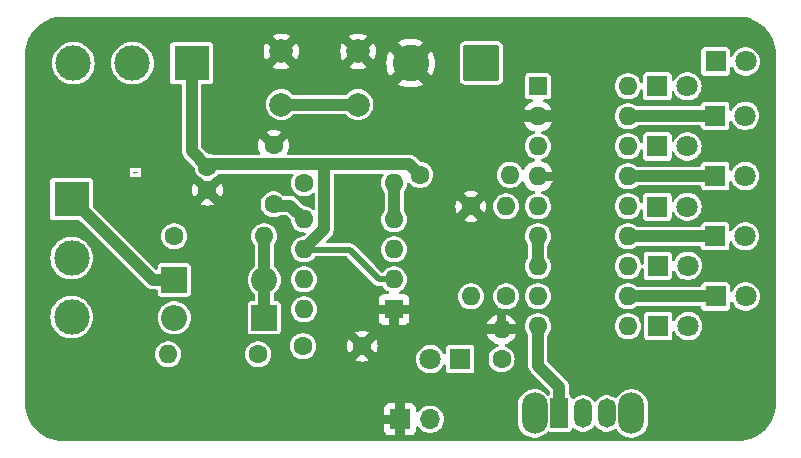
<source format=gtl>
G04 #@! TF.GenerationSoftware,KiCad,Pcbnew,8.0.1*
G04 #@! TF.CreationDate,2024-04-15T15:14:11+08:00*
G04 #@! TF.ProjectId,555Sandbox,35353553-616e-4646-926f-782e6b696361,rev?*
G04 #@! TF.SameCoordinates,Original*
G04 #@! TF.FileFunction,Copper,L1,Top*
G04 #@! TF.FilePolarity,Positive*
%FSLAX46Y46*%
G04 Gerber Fmt 4.6, Leading zero omitted, Abs format (unit mm)*
G04 Created by KiCad (PCBNEW 8.0.1) date 2024-04-15 15:14:11*
%MOMM*%
%LPD*%
G01*
G04 APERTURE LIST*
G04 Aperture macros list*
%AMRoundRect*
0 Rectangle with rounded corners*
0 $1 Rounding radius*
0 $2 $3 $4 $5 $6 $7 $8 $9 X,Y pos of 4 corners*
0 Add a 4 corners polygon primitive as box body*
4,1,4,$2,$3,$4,$5,$6,$7,$8,$9,$2,$3,0*
0 Add four circle primitives for the rounded corners*
1,1,$1+$1,$2,$3*
1,1,$1+$1,$4,$5*
1,1,$1+$1,$6,$7*
1,1,$1+$1,$8,$9*
0 Add four rect primitives between the rounded corners*
20,1,$1+$1,$2,$3,$4,$5,0*
20,1,$1+$1,$4,$5,$6,$7,0*
20,1,$1+$1,$6,$7,$8,$9,0*
20,1,$1+$1,$8,$9,$2,$3,0*%
G04 Aperture macros list end*
%ADD10C,0.025000*%
G04 #@! TA.AperFunction,NonConductor*
%ADD11C,0.025000*%
G04 #@! TD*
G04 #@! TA.AperFunction,ComponentPad*
%ADD12R,1.600000X1.600000*%
G04 #@! TD*
G04 #@! TA.AperFunction,ComponentPad*
%ADD13O,1.600000X1.600000*%
G04 #@! TD*
G04 #@! TA.AperFunction,ComponentPad*
%ADD14R,1.800000X1.800000*%
G04 #@! TD*
G04 #@! TA.AperFunction,ComponentPad*
%ADD15C,1.800000*%
G04 #@! TD*
G04 #@! TA.AperFunction,ComponentPad*
%ADD16O,2.200000X3.500000*%
G04 #@! TD*
G04 #@! TA.AperFunction,ComponentPad*
%ADD17R,1.500000X2.500000*%
G04 #@! TD*
G04 #@! TA.AperFunction,ComponentPad*
%ADD18O,1.500000X2.500000*%
G04 #@! TD*
G04 #@! TA.AperFunction,ComponentPad*
%ADD19R,1.700000X1.700000*%
G04 #@! TD*
G04 #@! TA.AperFunction,ComponentPad*
%ADD20O,1.700000X1.700000*%
G04 #@! TD*
G04 #@! TA.AperFunction,ComponentPad*
%ADD21C,1.600000*%
G04 #@! TD*
G04 #@! TA.AperFunction,ComponentPad*
%ADD22R,2.200000X2.200000*%
G04 #@! TD*
G04 #@! TA.AperFunction,ComponentPad*
%ADD23O,2.200000X2.200000*%
G04 #@! TD*
G04 #@! TA.AperFunction,ComponentPad*
%ADD24C,2.000000*%
G04 #@! TD*
G04 #@! TA.AperFunction,ComponentPad*
%ADD25RoundRect,0.249999X1.300001X1.300001X-1.300001X1.300001X-1.300001X-1.300001X1.300001X-1.300001X0*%
G04 #@! TD*
G04 #@! TA.AperFunction,ComponentPad*
%ADD26C,3.100000*%
G04 #@! TD*
G04 #@! TA.AperFunction,ComponentPad*
%ADD27C,4.700000*%
G04 #@! TD*
G04 #@! TA.AperFunction,ComponentPad*
%ADD28R,3.000000X3.000000*%
G04 #@! TD*
G04 #@! TA.AperFunction,ComponentPad*
%ADD29C,3.000000*%
G04 #@! TD*
G04 #@! TA.AperFunction,Conductor*
%ADD30C,1.000000*%
G04 #@! TD*
G04 #@! TA.AperFunction,Conductor*
%ADD31C,0.500000*%
G04 #@! TD*
G04 APERTURE END LIST*
D10*
D11*
X84692013Y-77940745D02*
X84682489Y-77935983D01*
X84682489Y-77935983D02*
X84668203Y-77935983D01*
X84668203Y-77935983D02*
X84653918Y-77940745D01*
X84653918Y-77940745D02*
X84644394Y-77950269D01*
X84644394Y-77950269D02*
X84639632Y-77959793D01*
X84639632Y-77959793D02*
X84634870Y-77978841D01*
X84634870Y-77978841D02*
X84634870Y-77993126D01*
X84634870Y-77993126D02*
X84639632Y-78012174D01*
X84639632Y-78012174D02*
X84644394Y-78021698D01*
X84644394Y-78021698D02*
X84653918Y-78031222D01*
X84653918Y-78031222D02*
X84668203Y-78035983D01*
X84668203Y-78035983D02*
X84677727Y-78035983D01*
X84677727Y-78035983D02*
X84692013Y-78031222D01*
X84692013Y-78031222D02*
X84696775Y-78026460D01*
X84696775Y-78026460D02*
X84696775Y-77993126D01*
X84696775Y-77993126D02*
X84677727Y-77993126D01*
X84753918Y-77935983D02*
X84753918Y-77959793D01*
X84730108Y-77950269D02*
X84753918Y-77959793D01*
X84753918Y-77959793D02*
X84777727Y-77950269D01*
X84739632Y-77978841D02*
X84753918Y-77959793D01*
X84753918Y-77959793D02*
X84768203Y-77978841D01*
X84830108Y-77935983D02*
X84830108Y-77959793D01*
X84806298Y-77950269D02*
X84830108Y-77959793D01*
X84830108Y-77959793D02*
X84853917Y-77950269D01*
X84815822Y-77978841D02*
X84830108Y-77959793D01*
X84830108Y-77959793D02*
X84844393Y-77978841D01*
X84906298Y-77935983D02*
X84906298Y-77959793D01*
X84882488Y-77950269D02*
X84906298Y-77959793D01*
X84906298Y-77959793D02*
X84930107Y-77950269D01*
X84892012Y-77978841D02*
X84906298Y-77959793D01*
X84906298Y-77959793D02*
X84920583Y-77978841D01*
D12*
X106700000Y-89600000D03*
D13*
X106700000Y-87060000D03*
X106700000Y-84520000D03*
X106700000Y-81980000D03*
X99080000Y-81980000D03*
X99080000Y-84520000D03*
X99080000Y-87060000D03*
X99080000Y-89600000D03*
D14*
X128990000Y-75800000D03*
D15*
X131530000Y-75800000D03*
D16*
X118600000Y-98400000D03*
X126800000Y-98400000D03*
D17*
X120700000Y-98400000D03*
D18*
X122700000Y-98400000D03*
X124700000Y-98400000D03*
D19*
X107220000Y-98900000D03*
D20*
X109760000Y-98900000D03*
D14*
X112300000Y-93800000D03*
D15*
X109760000Y-93800000D03*
D21*
X113200000Y-80880000D03*
D13*
X113200000Y-88500000D03*
D22*
X88090000Y-87100000D03*
D23*
X95710000Y-87100000D03*
D24*
X97150000Y-67750000D03*
X103650000Y-67750000D03*
X97150000Y-72250000D03*
X103650000Y-72250000D03*
D21*
X90900000Y-77500000D03*
X90900000Y-79500000D03*
D14*
X133890000Y-73200000D03*
D15*
X136430000Y-73200000D03*
D21*
X95200000Y-93400000D03*
D13*
X87580000Y-93400000D03*
D21*
X115800000Y-93800000D03*
D13*
X115800000Y-91260000D03*
D14*
X133890000Y-83400000D03*
D15*
X136430000Y-83400000D03*
D12*
X118880000Y-70700000D03*
D13*
X118880000Y-73240000D03*
X118880000Y-75780000D03*
X118880000Y-78320000D03*
X118880000Y-80860000D03*
X118880000Y-83400000D03*
X118880000Y-85940000D03*
X118880000Y-88480000D03*
X118880000Y-91020000D03*
X126500000Y-91020000D03*
X126500000Y-88480000D03*
X126500000Y-85940000D03*
X126500000Y-83400000D03*
X126500000Y-80860000D03*
X126500000Y-78320000D03*
X126500000Y-75780000D03*
X126500000Y-73240000D03*
X126500000Y-70700000D03*
D14*
X133925000Y-88500000D03*
D15*
X136465000Y-88500000D03*
D21*
X108890000Y-78200000D03*
D13*
X116510000Y-78200000D03*
D25*
X114100000Y-68750000D03*
D26*
X108100000Y-68750000D03*
D21*
X88090000Y-83400000D03*
D13*
X95710000Y-83400000D03*
D14*
X128990000Y-80900000D03*
D15*
X131530000Y-80900000D03*
D21*
X96500000Y-80700000D03*
X96500000Y-75700000D03*
D27*
X135750000Y-97500000D03*
D22*
X95710000Y-90300000D03*
D23*
X88090000Y-90300000D03*
D21*
X99000000Y-92700000D03*
X104000000Y-92700000D03*
D14*
X128990000Y-70700000D03*
D15*
X131530000Y-70700000D03*
D21*
X116200000Y-88500000D03*
D13*
X116200000Y-80880000D03*
D14*
X133890000Y-78300000D03*
D15*
X136430000Y-78300000D03*
D27*
X78750000Y-97500000D03*
D14*
X133925000Y-68600000D03*
D15*
X136465000Y-68600000D03*
D14*
X129060000Y-91000000D03*
D15*
X131600000Y-91000000D03*
D21*
X99090000Y-78900000D03*
D13*
X106710000Y-78900000D03*
D14*
X129025000Y-85900000D03*
D15*
X131565000Y-85900000D03*
D28*
X89550000Y-68750000D03*
D29*
X84550000Y-68750000D03*
X79550000Y-68750000D03*
D28*
X79400000Y-80250000D03*
D29*
X79400000Y-85250000D03*
X79400000Y-90250000D03*
D30*
X107220000Y-98900000D02*
X106860000Y-98540000D01*
X97900000Y-80800000D02*
X99080000Y-81980000D01*
X96500000Y-80800000D02*
X97900000Y-80800000D01*
X100800000Y-82800000D02*
X99080000Y-84520000D01*
D31*
X105460000Y-87060000D02*
X102940000Y-84540000D01*
D30*
X89550000Y-68750000D02*
X89550000Y-76150000D01*
D31*
X102940000Y-84540000D02*
X99080000Y-84540000D01*
D30*
X90900000Y-77500000D02*
X91100000Y-77300000D01*
X89550000Y-76150000D02*
X90900000Y-77500000D01*
X91100000Y-77300000D02*
X101700000Y-77300000D01*
X100800000Y-77300000D02*
X100800000Y-82800000D01*
X101700000Y-77300000D02*
X107990000Y-77300000D01*
X107990000Y-77300000D02*
X108890000Y-78200000D01*
D31*
X106700000Y-87060000D02*
X105460000Y-87060000D01*
D30*
X133890000Y-73200000D02*
X126540000Y-73200000D01*
D31*
X126540000Y-73200000D02*
X126500000Y-73240000D01*
X126520000Y-75800000D02*
X126500000Y-75780000D01*
X126520000Y-78300000D02*
X126500000Y-78320000D01*
D30*
X133890000Y-78300000D02*
X126520000Y-78300000D01*
D31*
X126540000Y-80900000D02*
X126500000Y-80860000D01*
D30*
X126500000Y-83400000D02*
X133890000Y-83400000D01*
D31*
X126540000Y-85900000D02*
X126500000Y-85940000D01*
X126520000Y-88500000D02*
X126500000Y-88480000D01*
D30*
X133925000Y-88500000D02*
X126520000Y-88500000D01*
D31*
X126520000Y-91000000D02*
X126500000Y-91020000D01*
D30*
X95710000Y-83400000D02*
X95710000Y-87100000D01*
X95710000Y-90300000D02*
X95710000Y-87100000D01*
X88090000Y-87100000D02*
X86250000Y-87100000D01*
X86250000Y-87100000D02*
X79400000Y-80250000D01*
X106710000Y-78900000D02*
X106710000Y-81970000D01*
X106710000Y-81970000D02*
X106700000Y-81980000D01*
X97150000Y-72250000D02*
X103650000Y-72250000D01*
X118880000Y-83400000D02*
X118880000Y-85940000D01*
X113220000Y-88480000D02*
X113200000Y-88500000D01*
X120700000Y-96200000D02*
X120700000Y-98400000D01*
X118880000Y-91020000D02*
X118880000Y-94380000D01*
X118880000Y-94380000D02*
X120700000Y-96200000D01*
G04 #@! TA.AperFunction,Conductor*
G36*
X96345606Y-76072741D02*
G01*
X96447339Y-76100000D01*
X96552661Y-76100000D01*
X96654394Y-76072741D01*
X96745598Y-76020084D01*
X96587680Y-76178003D01*
X96526357Y-76211488D01*
X96456665Y-76206504D01*
X96412318Y-76178003D01*
X96254396Y-76020081D01*
X96345606Y-76072741D01*
G37*
G04 #@! TD.AperFunction*
G04 #@! TA.AperFunction,Conductor*
G36*
X118507259Y-78474394D02*
G01*
X118559920Y-78565606D01*
X118634394Y-78640080D01*
X118725606Y-78692741D01*
X118827339Y-78720000D01*
X118604000Y-78720000D01*
X118536961Y-78700315D01*
X118491206Y-78647511D01*
X118480000Y-78596000D01*
X118480000Y-78372661D01*
X118507259Y-78474394D01*
G37*
G04 #@! TD.AperFunction*
G04 #@! TA.AperFunction,Conductor*
G36*
X118725606Y-77947259D02*
G01*
X118634394Y-77999920D01*
X118559920Y-78074394D01*
X118507259Y-78165606D01*
X118480000Y-78267339D01*
X118480000Y-78044000D01*
X118499685Y-77976961D01*
X118552489Y-77931206D01*
X118604000Y-77920000D01*
X118827339Y-77920000D01*
X118725606Y-77947259D01*
G37*
G04 #@! TD.AperFunction*
G04 #@! TA.AperFunction,Conductor*
G36*
X135803243Y-64800669D02*
G01*
X136133178Y-64817961D01*
X136146086Y-64819318D01*
X136469191Y-64870492D01*
X136481874Y-64873187D01*
X136797881Y-64957861D01*
X136810219Y-64961871D01*
X137115627Y-65079106D01*
X137127470Y-65084378D01*
X137418977Y-65232908D01*
X137430183Y-65239378D01*
X137704565Y-65417564D01*
X137715055Y-65425186D01*
X137969293Y-65631064D01*
X137978938Y-65639749D01*
X138210250Y-65871061D01*
X138218935Y-65880706D01*
X138424813Y-66134944D01*
X138432438Y-66145438D01*
X138610617Y-66419810D01*
X138617094Y-66431029D01*
X138753013Y-66697785D01*
X138765616Y-66722519D01*
X138770895Y-66734377D01*
X138888128Y-67039781D01*
X138892139Y-67052124D01*
X138976810Y-67368119D01*
X138979508Y-67380815D01*
X139030681Y-67703913D01*
X139032038Y-67716821D01*
X139049330Y-68046756D01*
X139049500Y-68053246D01*
X139049500Y-97496753D01*
X139049330Y-97503243D01*
X139032038Y-97833178D01*
X139030681Y-97846086D01*
X138979508Y-98169184D01*
X138976810Y-98181880D01*
X138892139Y-98497875D01*
X138888128Y-98510218D01*
X138770895Y-98815622D01*
X138765616Y-98827480D01*
X138617098Y-99118964D01*
X138610612Y-99130197D01*
X138560732Y-99207007D01*
X138432442Y-99404555D01*
X138424813Y-99415055D01*
X138218935Y-99669293D01*
X138210250Y-99678938D01*
X137978938Y-99910250D01*
X137969293Y-99918935D01*
X137715055Y-100124813D01*
X137704555Y-100132442D01*
X137430197Y-100310612D01*
X137418964Y-100317098D01*
X137127480Y-100465616D01*
X137115622Y-100470895D01*
X136810218Y-100588128D01*
X136797875Y-100592139D01*
X136481880Y-100676810D01*
X136469184Y-100679508D01*
X136146086Y-100730681D01*
X136133178Y-100732038D01*
X135803244Y-100749330D01*
X135796754Y-100749500D01*
X78703246Y-100749500D01*
X78696756Y-100749330D01*
X78366821Y-100732038D01*
X78353913Y-100730681D01*
X78030815Y-100679508D01*
X78018119Y-100676810D01*
X77702124Y-100592139D01*
X77689781Y-100588128D01*
X77384377Y-100470895D01*
X77372519Y-100465616D01*
X77342852Y-100450500D01*
X77081029Y-100317094D01*
X77069810Y-100310617D01*
X76795438Y-100132438D01*
X76784944Y-100124813D01*
X76530706Y-99918935D01*
X76521061Y-99910250D01*
X76289749Y-99678938D01*
X76281064Y-99669293D01*
X76075186Y-99415055D01*
X76067564Y-99404565D01*
X75999659Y-99300000D01*
X105870000Y-99300000D01*
X105870000Y-99797844D01*
X105876401Y-99857372D01*
X105876403Y-99857379D01*
X105926645Y-99992086D01*
X105926649Y-99992093D01*
X106012809Y-100107187D01*
X106012812Y-100107190D01*
X106127906Y-100193350D01*
X106127913Y-100193354D01*
X106262620Y-100243596D01*
X106262627Y-100243598D01*
X106322155Y-100249999D01*
X106322172Y-100250000D01*
X106820000Y-100250000D01*
X106820000Y-99300000D01*
X105870000Y-99300000D01*
X75999659Y-99300000D01*
X75889378Y-99130183D01*
X75882908Y-99118977D01*
X75804874Y-98965826D01*
X106720000Y-98965826D01*
X106754075Y-99092993D01*
X106819901Y-99207007D01*
X106912993Y-99300099D01*
X107027007Y-99365925D01*
X107154174Y-99400000D01*
X107285826Y-99400000D01*
X107412993Y-99365925D01*
X107527007Y-99300099D01*
X107620000Y-99207106D01*
X107620000Y-100250000D01*
X108117828Y-100250000D01*
X108117844Y-100249999D01*
X108177372Y-100243598D01*
X108177379Y-100243596D01*
X108312086Y-100193354D01*
X108312093Y-100193350D01*
X108427187Y-100107190D01*
X108427190Y-100107187D01*
X108513350Y-99992093D01*
X108513354Y-99992086D01*
X108563596Y-99857379D01*
X108563598Y-99857372D01*
X108569999Y-99797844D01*
X108570000Y-99797827D01*
X108570000Y-99603268D01*
X108589685Y-99536229D01*
X108642489Y-99490474D01*
X108711647Y-99480530D01*
X108775203Y-99509555D01*
X108792950Y-99528537D01*
X108837558Y-99587606D01*
X108903056Y-99674340D01*
X108906128Y-99678407D01*
X109063698Y-99822052D01*
X109244981Y-99934298D01*
X109443802Y-100011321D01*
X109653390Y-100050500D01*
X109653392Y-100050500D01*
X109866608Y-100050500D01*
X109866610Y-100050500D01*
X110076198Y-100011321D01*
X110275019Y-99934298D01*
X110456302Y-99822052D01*
X110613872Y-99678407D01*
X110742366Y-99508255D01*
X110797466Y-99397598D01*
X110837403Y-99317394D01*
X110837403Y-99317393D01*
X110837405Y-99317389D01*
X110882124Y-99160221D01*
X117199500Y-99160221D01*
X117233985Y-99377952D01*
X117302103Y-99587603D01*
X117302104Y-99587606D01*
X117402187Y-99784025D01*
X117531752Y-99962358D01*
X117531756Y-99962363D01*
X117687636Y-100118243D01*
X117687641Y-100118247D01*
X117791013Y-100193350D01*
X117865978Y-100247815D01*
X117989215Y-100310608D01*
X118062393Y-100347895D01*
X118062396Y-100347896D01*
X118167221Y-100381955D01*
X118272049Y-100416015D01*
X118489778Y-100450500D01*
X118489779Y-100450500D01*
X118710221Y-100450500D01*
X118710222Y-100450500D01*
X118927951Y-100416015D01*
X119137606Y-100347895D01*
X119334022Y-100247815D01*
X119512365Y-100118242D01*
X119668242Y-99962365D01*
X119668964Y-99961370D01*
X119669335Y-99961084D01*
X119671408Y-99958658D01*
X119671917Y-99959093D01*
X119724289Y-99918699D01*
X119793902Y-99912713D01*
X119819365Y-99920808D01*
X119880009Y-99947585D01*
X119905135Y-99950500D01*
X121494864Y-99950499D01*
X121494879Y-99950497D01*
X121494882Y-99950497D01*
X121519987Y-99947586D01*
X121519988Y-99947585D01*
X121519991Y-99947585D01*
X121622765Y-99902206D01*
X121702206Y-99822765D01*
X121747585Y-99719991D01*
X121747847Y-99717729D01*
X121748831Y-99715408D01*
X121750033Y-99710993D01*
X121750634Y-99711156D01*
X121775122Y-99653407D01*
X121832845Y-99614039D01*
X121902688Y-99612128D01*
X121958702Y-99644335D01*
X122030342Y-99715975D01*
X122030345Y-99715977D01*
X122202402Y-99830941D01*
X122393580Y-99910130D01*
X122515082Y-99934298D01*
X122596530Y-99950499D01*
X122596534Y-99950500D01*
X122596535Y-99950500D01*
X122803466Y-99950500D01*
X122803467Y-99950499D01*
X123006420Y-99910130D01*
X123197598Y-99830941D01*
X123369655Y-99715977D01*
X123515977Y-99569655D01*
X123596898Y-99448546D01*
X123650509Y-99403742D01*
X123719834Y-99395035D01*
X123782862Y-99425189D01*
X123803100Y-99448545D01*
X123842996Y-99508253D01*
X123884024Y-99569657D01*
X124030342Y-99715975D01*
X124030345Y-99715977D01*
X124202402Y-99830941D01*
X124393580Y-99910130D01*
X124515082Y-99934298D01*
X124596530Y-99950499D01*
X124596534Y-99950500D01*
X124596535Y-99950500D01*
X124803466Y-99950500D01*
X124803467Y-99950499D01*
X125006420Y-99910130D01*
X125197598Y-99830941D01*
X125369655Y-99715977D01*
X125380043Y-99705589D01*
X125441365Y-99672102D01*
X125511057Y-99677084D01*
X125566992Y-99718953D01*
X125578212Y-99736972D01*
X125602187Y-99784026D01*
X125731752Y-99962358D01*
X125731756Y-99962363D01*
X125887636Y-100118243D01*
X125887641Y-100118247D01*
X125991013Y-100193350D01*
X126065978Y-100247815D01*
X126189215Y-100310608D01*
X126262393Y-100347895D01*
X126262396Y-100347896D01*
X126367221Y-100381955D01*
X126472049Y-100416015D01*
X126689778Y-100450500D01*
X126689779Y-100450500D01*
X126910221Y-100450500D01*
X126910222Y-100450500D01*
X127127951Y-100416015D01*
X127337606Y-100347895D01*
X127534022Y-100247815D01*
X127712365Y-100118242D01*
X127868242Y-99962365D01*
X127997815Y-99784022D01*
X128097895Y-99587606D01*
X128166015Y-99377951D01*
X128200500Y-99160222D01*
X128200500Y-97639778D01*
X128166015Y-97422049D01*
X128103728Y-97230345D01*
X128097896Y-97212396D01*
X128097895Y-97212393D01*
X128044744Y-97108080D01*
X127997815Y-97015978D01*
X127906193Y-96889870D01*
X127868247Y-96837641D01*
X127868243Y-96837636D01*
X127712363Y-96681756D01*
X127712358Y-96681752D01*
X127534025Y-96552187D01*
X127534024Y-96552186D01*
X127534022Y-96552185D01*
X127422300Y-96495259D01*
X127337606Y-96452104D01*
X127337603Y-96452103D01*
X127127952Y-96383985D01*
X127019086Y-96366742D01*
X126910222Y-96349500D01*
X126689778Y-96349500D01*
X126617201Y-96360995D01*
X126472047Y-96383985D01*
X126262396Y-96452103D01*
X126262393Y-96452104D01*
X126065974Y-96552187D01*
X125887641Y-96681752D01*
X125887636Y-96681756D01*
X125731756Y-96837636D01*
X125731752Y-96837641D01*
X125602185Y-97015976D01*
X125578211Y-97063028D01*
X125530237Y-97113823D01*
X125462416Y-97130618D01*
X125396281Y-97108080D01*
X125380046Y-97094413D01*
X125369657Y-97084024D01*
X125209834Y-96977235D01*
X125197598Y-96969059D01*
X125006420Y-96889870D01*
X125006412Y-96889868D01*
X124803469Y-96849500D01*
X124803465Y-96849500D01*
X124596535Y-96849500D01*
X124596530Y-96849500D01*
X124393587Y-96889868D01*
X124393579Y-96889870D01*
X124202403Y-96969058D01*
X124030342Y-97084024D01*
X123884025Y-97230341D01*
X123884019Y-97230349D01*
X123803102Y-97351451D01*
X123749490Y-97396257D01*
X123680165Y-97404964D01*
X123617138Y-97374810D01*
X123596898Y-97351451D01*
X123515980Y-97230349D01*
X123515974Y-97230341D01*
X123369657Y-97084024D01*
X123209834Y-96977235D01*
X123197598Y-96969059D01*
X123006420Y-96889870D01*
X123006412Y-96889868D01*
X122803469Y-96849500D01*
X122803465Y-96849500D01*
X122596535Y-96849500D01*
X122596530Y-96849500D01*
X122393587Y-96889868D01*
X122393579Y-96889870D01*
X122202403Y-96969058D01*
X122030344Y-97084023D01*
X121958702Y-97155665D01*
X121897378Y-97189149D01*
X121827687Y-97184164D01*
X121771753Y-97142293D01*
X121750485Y-97088890D01*
X121750035Y-97089013D01*
X121748957Y-97085053D01*
X121747846Y-97082262D01*
X121747585Y-97080009D01*
X121702206Y-96977235D01*
X121622765Y-96897794D01*
X121574412Y-96876444D01*
X121521037Y-96831357D01*
X121500510Y-96764571D01*
X121500500Y-96763010D01*
X121500500Y-96121157D01*
X121500499Y-96121153D01*
X121469739Y-95966510D01*
X121469738Y-95966503D01*
X121409394Y-95820821D01*
X121409392Y-95820818D01*
X121409390Y-95820814D01*
X121321789Y-95689711D01*
X121321786Y-95689707D01*
X119716819Y-94084740D01*
X119683334Y-94023417D01*
X119680500Y-93997059D01*
X119680500Y-91827676D01*
X119700185Y-91760637D01*
X119705539Y-91752958D01*
X119819673Y-91601821D01*
X119910582Y-91419250D01*
X119966397Y-91223083D01*
X119985215Y-91020000D01*
X125394785Y-91020000D01*
X125413602Y-91223082D01*
X125469417Y-91419247D01*
X125469422Y-91419260D01*
X125560327Y-91601821D01*
X125683237Y-91764581D01*
X125833958Y-91901980D01*
X125833960Y-91901982D01*
X125920263Y-91955418D01*
X126007363Y-92009348D01*
X126197544Y-92083024D01*
X126398024Y-92120500D01*
X126398026Y-92120500D01*
X126601974Y-92120500D01*
X126601976Y-92120500D01*
X126802456Y-92083024D01*
X126992637Y-92009348D01*
X127096795Y-91944856D01*
X127859500Y-91944856D01*
X127859502Y-91944882D01*
X127862413Y-91969987D01*
X127862415Y-91969991D01*
X127907793Y-92072764D01*
X127907794Y-92072765D01*
X127987235Y-92152206D01*
X128090009Y-92197585D01*
X128115135Y-92200500D01*
X130004864Y-92200499D01*
X130004879Y-92200497D01*
X130004882Y-92200497D01*
X130029987Y-92197586D01*
X130029988Y-92197585D01*
X130029991Y-92197585D01*
X130132765Y-92152206D01*
X130212206Y-92072765D01*
X130257585Y-91969991D01*
X130260500Y-91944865D01*
X130260499Y-91530418D01*
X130280183Y-91463382D01*
X130332987Y-91417627D01*
X130402146Y-91407683D01*
X130465702Y-91436708D01*
X130495499Y-91475149D01*
X130574938Y-91634683D01*
X130574943Y-91634691D01*
X130709020Y-91812238D01*
X130873437Y-91962123D01*
X130873439Y-91962125D01*
X131062595Y-92079245D01*
X131062596Y-92079245D01*
X131062599Y-92079247D01*
X131270060Y-92159618D01*
X131488757Y-92200500D01*
X131488759Y-92200500D01*
X131711241Y-92200500D01*
X131711243Y-92200500D01*
X131929940Y-92159618D01*
X132137401Y-92079247D01*
X132326562Y-91962124D01*
X132484318Y-91818310D01*
X132490979Y-91812238D01*
X132515774Y-91779405D01*
X132625058Y-91634689D01*
X132724229Y-91435528D01*
X132785115Y-91221536D01*
X132805643Y-91000000D01*
X132802756Y-90968849D01*
X132785115Y-90778464D01*
X132785114Y-90778462D01*
X132778808Y-90756300D01*
X132724229Y-90564472D01*
X132724224Y-90564461D01*
X132625061Y-90365316D01*
X132625056Y-90365308D01*
X132490979Y-90187761D01*
X132326562Y-90037876D01*
X132326560Y-90037874D01*
X132137404Y-89920754D01*
X132137398Y-89920752D01*
X131929940Y-89840382D01*
X131711243Y-89799500D01*
X131488757Y-89799500D01*
X131270060Y-89840382D01*
X131138864Y-89891207D01*
X131062601Y-89920752D01*
X131062595Y-89920754D01*
X130873439Y-90037874D01*
X130873437Y-90037876D01*
X130709020Y-90187761D01*
X130574943Y-90365308D01*
X130574938Y-90365316D01*
X130495499Y-90524851D01*
X130447996Y-90576088D01*
X130380333Y-90593509D01*
X130313993Y-90571583D01*
X130270038Y-90517272D01*
X130260499Y-90469579D01*
X130260499Y-90055143D01*
X130260499Y-90055136D01*
X130260497Y-90055117D01*
X130257586Y-90030012D01*
X130257585Y-90030010D01*
X130257585Y-90030009D01*
X130212206Y-89927235D01*
X130132765Y-89847794D01*
X130123491Y-89843699D01*
X130029992Y-89802415D01*
X130004865Y-89799500D01*
X128115143Y-89799500D01*
X128115117Y-89799502D01*
X128090012Y-89802413D01*
X128090008Y-89802415D01*
X127987235Y-89847793D01*
X127907794Y-89927234D01*
X127862415Y-90030006D01*
X127862415Y-90030008D01*
X127859500Y-90055131D01*
X127859500Y-91944856D01*
X127096795Y-91944856D01*
X127166041Y-91901981D01*
X127316764Y-91764579D01*
X127439673Y-91601821D01*
X127530582Y-91419250D01*
X127586397Y-91223083D01*
X127605215Y-91020000D01*
X127586397Y-90816917D01*
X127530582Y-90620750D01*
X127439673Y-90438179D01*
X127316764Y-90275421D01*
X127316762Y-90275418D01*
X127166041Y-90138019D01*
X127166039Y-90138017D01*
X126992642Y-90030655D01*
X126992635Y-90030651D01*
X126864206Y-89980898D01*
X126802456Y-89956976D01*
X126601976Y-89919500D01*
X126398024Y-89919500D01*
X126197544Y-89956976D01*
X126197541Y-89956976D01*
X126197541Y-89956977D01*
X126007364Y-90030651D01*
X126007357Y-90030655D01*
X125833960Y-90138017D01*
X125833958Y-90138019D01*
X125683237Y-90275418D01*
X125560327Y-90438178D01*
X125469422Y-90620739D01*
X125469417Y-90620752D01*
X125413602Y-90816917D01*
X125394785Y-91019999D01*
X125394785Y-91020000D01*
X119985215Y-91020000D01*
X119966397Y-90816917D01*
X119910582Y-90620750D01*
X119819673Y-90438179D01*
X119696764Y-90275421D01*
X119696762Y-90275418D01*
X119546041Y-90138019D01*
X119546039Y-90138017D01*
X119372642Y-90030655D01*
X119372635Y-90030651D01*
X119244206Y-89980898D01*
X119182456Y-89956976D01*
X118981976Y-89919500D01*
X118778024Y-89919500D01*
X118577544Y-89956976D01*
X118577541Y-89956976D01*
X118577541Y-89956977D01*
X118387364Y-90030651D01*
X118387357Y-90030655D01*
X118213960Y-90138017D01*
X118213958Y-90138019D01*
X118063237Y-90275418D01*
X117940327Y-90438178D01*
X117849422Y-90620739D01*
X117849417Y-90620752D01*
X117793602Y-90816917D01*
X117774785Y-91019999D01*
X117774785Y-91020000D01*
X117793602Y-91223082D01*
X117849417Y-91419247D01*
X117849422Y-91419260D01*
X117925858Y-91572764D01*
X117940327Y-91601821D01*
X118054454Y-91752950D01*
X118079146Y-91818310D01*
X118079500Y-91827676D01*
X118079500Y-94458846D01*
X118110261Y-94613489D01*
X118110264Y-94613501D01*
X118170602Y-94759172D01*
X118170609Y-94759185D01*
X118258210Y-94890288D01*
X118258213Y-94890292D01*
X119863181Y-96495259D01*
X119896666Y-96556582D01*
X119899500Y-96582940D01*
X119899500Y-96763010D01*
X119879815Y-96830049D01*
X119827011Y-96875804D01*
X119825588Y-96876444D01*
X119819376Y-96879187D01*
X119750098Y-96888259D01*
X119686913Y-96858437D01*
X119671414Y-96841333D01*
X119671406Y-96841340D01*
X119671168Y-96841061D01*
X119668963Y-96838628D01*
X119668242Y-96837635D01*
X119512363Y-96681756D01*
X119512358Y-96681752D01*
X119334025Y-96552187D01*
X119334024Y-96552186D01*
X119334022Y-96552185D01*
X119222300Y-96495259D01*
X119137606Y-96452104D01*
X119137603Y-96452103D01*
X118927952Y-96383985D01*
X118819086Y-96366742D01*
X118710222Y-96349500D01*
X118489778Y-96349500D01*
X118417201Y-96360995D01*
X118272047Y-96383985D01*
X118062396Y-96452103D01*
X118062393Y-96452104D01*
X117865974Y-96552187D01*
X117687641Y-96681752D01*
X117687636Y-96681756D01*
X117531756Y-96837636D01*
X117531752Y-96837641D01*
X117402187Y-97015974D01*
X117302104Y-97212393D01*
X117302103Y-97212396D01*
X117233985Y-97422047D01*
X117199500Y-97639778D01*
X117199500Y-99160221D01*
X110882124Y-99160221D01*
X110895756Y-99112310D01*
X110915429Y-98900000D01*
X110895756Y-98687690D01*
X110837405Y-98482611D01*
X110837403Y-98482606D01*
X110837403Y-98482605D01*
X110742367Y-98291746D01*
X110613872Y-98121593D01*
X110482874Y-98002172D01*
X110456302Y-97977948D01*
X110275019Y-97865702D01*
X110275017Y-97865701D01*
X110125829Y-97807906D01*
X110076198Y-97788679D01*
X109866610Y-97749500D01*
X109653390Y-97749500D01*
X109443802Y-97788679D01*
X109443799Y-97788679D01*
X109443799Y-97788680D01*
X109244982Y-97865701D01*
X109244980Y-97865702D01*
X109063699Y-97977947D01*
X108906127Y-98121593D01*
X108792954Y-98271458D01*
X108736845Y-98313094D01*
X108667133Y-98317785D01*
X108605951Y-98284043D01*
X108572724Y-98222579D01*
X108570000Y-98196731D01*
X108570000Y-98002172D01*
X108569999Y-98002155D01*
X108563598Y-97942627D01*
X108563596Y-97942620D01*
X108513354Y-97807913D01*
X108513350Y-97807906D01*
X108427190Y-97692812D01*
X108427187Y-97692809D01*
X108312093Y-97606649D01*
X108312086Y-97606645D01*
X108177379Y-97556403D01*
X108177372Y-97556401D01*
X108117844Y-97550000D01*
X107620000Y-97550000D01*
X107620000Y-98592894D01*
X107527007Y-98499901D01*
X107412993Y-98434075D01*
X107285826Y-98400000D01*
X107154174Y-98400000D01*
X107027007Y-98434075D01*
X106912993Y-98499901D01*
X106819901Y-98592993D01*
X106754075Y-98707007D01*
X106720000Y-98834174D01*
X106720000Y-98965826D01*
X75804874Y-98965826D01*
X75734378Y-98827470D01*
X75729104Y-98815622D01*
X75679995Y-98687689D01*
X75611871Y-98510218D01*
X75608551Y-98500000D01*
X105870000Y-98500000D01*
X106820000Y-98500000D01*
X106820000Y-97550000D01*
X106322155Y-97550000D01*
X106262627Y-97556401D01*
X106262620Y-97556403D01*
X106127913Y-97606645D01*
X106127906Y-97606649D01*
X106012812Y-97692809D01*
X106012809Y-97692812D01*
X105926649Y-97807906D01*
X105926645Y-97807913D01*
X105876403Y-97942620D01*
X105876401Y-97942627D01*
X105870000Y-98002155D01*
X105870000Y-98500000D01*
X75608551Y-98500000D01*
X75607860Y-98497875D01*
X75603768Y-98482605D01*
X75523187Y-98181874D01*
X75520491Y-98169184D01*
X75512953Y-98121593D01*
X75469318Y-97846086D01*
X75467961Y-97833178D01*
X75450670Y-97503243D01*
X75450500Y-97496753D01*
X75450500Y-93400000D01*
X86474785Y-93400000D01*
X86493602Y-93603082D01*
X86549417Y-93799247D01*
X86549422Y-93799260D01*
X86640327Y-93981821D01*
X86763237Y-94144581D01*
X86913958Y-94281980D01*
X86913960Y-94281982D01*
X86944931Y-94301158D01*
X87087363Y-94389348D01*
X87277544Y-94463024D01*
X87478024Y-94500500D01*
X87478026Y-94500500D01*
X87681974Y-94500500D01*
X87681976Y-94500500D01*
X87882456Y-94463024D01*
X88072637Y-94389348D01*
X88246041Y-94281981D01*
X88396764Y-94144579D01*
X88519673Y-93981821D01*
X88610582Y-93799250D01*
X88666397Y-93603083D01*
X88685215Y-93400000D01*
X94094785Y-93400000D01*
X94113602Y-93603082D01*
X94169417Y-93799247D01*
X94169422Y-93799260D01*
X94260327Y-93981821D01*
X94383237Y-94144581D01*
X94533958Y-94281980D01*
X94533960Y-94281982D01*
X94564931Y-94301158D01*
X94707363Y-94389348D01*
X94897544Y-94463024D01*
X95098024Y-94500500D01*
X95098026Y-94500500D01*
X95301974Y-94500500D01*
X95301976Y-94500500D01*
X95502456Y-94463024D01*
X95692637Y-94389348D01*
X95866041Y-94281981D01*
X96016764Y-94144579D01*
X96139673Y-93981821D01*
X96201263Y-93858130D01*
X103407553Y-93858130D01*
X103553668Y-93926264D01*
X103553682Y-93926269D01*
X103773389Y-93985139D01*
X103773400Y-93985141D01*
X103999998Y-94004966D01*
X104000002Y-94004966D01*
X104226599Y-93985141D01*
X104226610Y-93985139D01*
X104446317Y-93926269D01*
X104446326Y-93926265D01*
X104592445Y-93858129D01*
X104534316Y-93800000D01*
X108554357Y-93800000D01*
X108574884Y-94021535D01*
X108574885Y-94021537D01*
X108635769Y-94235523D01*
X108635775Y-94235538D01*
X108734938Y-94434683D01*
X108734943Y-94434691D01*
X108869020Y-94612238D01*
X109014496Y-94744856D01*
X109030207Y-94759179D01*
X109033437Y-94762123D01*
X109033439Y-94762125D01*
X109222595Y-94879245D01*
X109222596Y-94879245D01*
X109222599Y-94879247D01*
X109430060Y-94959618D01*
X109648757Y-95000500D01*
X109648759Y-95000500D01*
X109871241Y-95000500D01*
X109871243Y-95000500D01*
X110089940Y-94959618D01*
X110297401Y-94879247D01*
X110486562Y-94762124D01*
X110626282Y-94634751D01*
X110650979Y-94612238D01*
X110702072Y-94544581D01*
X110785058Y-94434689D01*
X110864500Y-94275149D01*
X110912002Y-94223911D01*
X110979665Y-94206490D01*
X111046006Y-94228415D01*
X111089961Y-94282727D01*
X111099500Y-94330420D01*
X111099500Y-94744856D01*
X111099502Y-94744882D01*
X111102413Y-94769987D01*
X111102415Y-94769991D01*
X111147793Y-94872764D01*
X111147794Y-94872765D01*
X111227235Y-94952206D01*
X111330009Y-94997585D01*
X111355135Y-95000500D01*
X113244864Y-95000499D01*
X113244879Y-95000497D01*
X113244882Y-95000497D01*
X113269987Y-94997586D01*
X113269988Y-94997585D01*
X113269991Y-94997585D01*
X113372765Y-94952206D01*
X113452206Y-94872765D01*
X113497585Y-94769991D01*
X113500500Y-94744865D01*
X113500499Y-92855136D01*
X113500413Y-92854394D01*
X113497586Y-92830012D01*
X113497585Y-92830010D01*
X113497585Y-92830009D01*
X113452206Y-92727235D01*
X113372765Y-92647794D01*
X113371735Y-92647339D01*
X113269992Y-92602415D01*
X113244865Y-92599500D01*
X111355143Y-92599500D01*
X111355117Y-92599502D01*
X111330012Y-92602413D01*
X111330008Y-92602415D01*
X111227235Y-92647793D01*
X111147794Y-92727234D01*
X111102415Y-92830006D01*
X111102415Y-92830008D01*
X111099500Y-92855131D01*
X111099500Y-93269578D01*
X111079815Y-93336617D01*
X111027011Y-93382372D01*
X110957853Y-93392316D01*
X110894297Y-93363291D01*
X110864500Y-93324850D01*
X110785061Y-93165316D01*
X110785056Y-93165308D01*
X110650979Y-92987761D01*
X110486562Y-92837876D01*
X110486560Y-92837874D01*
X110297404Y-92720754D01*
X110297398Y-92720752D01*
X110089940Y-92640382D01*
X109871243Y-92599500D01*
X109648757Y-92599500D01*
X109430060Y-92640382D01*
X109322921Y-92681888D01*
X109222601Y-92720752D01*
X109222595Y-92720754D01*
X109033439Y-92837874D01*
X109033437Y-92837876D01*
X108869020Y-92987761D01*
X108734943Y-93165308D01*
X108734938Y-93165316D01*
X108635775Y-93364461D01*
X108635769Y-93364476D01*
X108574885Y-93578462D01*
X108574884Y-93578464D01*
X108554357Y-93799999D01*
X108554357Y-93800000D01*
X104534316Y-93800000D01*
X104000001Y-93265685D01*
X104000000Y-93265685D01*
X103407553Y-93858130D01*
X96201263Y-93858130D01*
X96230582Y-93799250D01*
X96286397Y-93603083D01*
X96305215Y-93400000D01*
X96301813Y-93363291D01*
X96286397Y-93196917D01*
X96246137Y-93055421D01*
X96230582Y-93000750D01*
X96224114Y-92987761D01*
X96181949Y-92903082D01*
X96139673Y-92818179D01*
X96050430Y-92700002D01*
X96050428Y-92700000D01*
X97894785Y-92700000D01*
X97913602Y-92903082D01*
X97969417Y-93099247D01*
X97969422Y-93099260D01*
X98060327Y-93281821D01*
X98183237Y-93444581D01*
X98333958Y-93581980D01*
X98333960Y-93581982D01*
X98368038Y-93603082D01*
X98507363Y-93689348D01*
X98697544Y-93763024D01*
X98898024Y-93800500D01*
X98898026Y-93800500D01*
X99101974Y-93800500D01*
X99101976Y-93800500D01*
X99302456Y-93763024D01*
X99492637Y-93689348D01*
X99666041Y-93581981D01*
X99816764Y-93444579D01*
X99939673Y-93281821D01*
X100030582Y-93099250D01*
X100086397Y-92903083D01*
X100105215Y-92700002D01*
X102695034Y-92700002D01*
X102714858Y-92926599D01*
X102714860Y-92926610D01*
X102773730Y-93146317D01*
X102773732Y-93146322D01*
X102841869Y-93292444D01*
X103381654Y-92752661D01*
X103600000Y-92752661D01*
X103627259Y-92854394D01*
X103679920Y-92945606D01*
X103754394Y-93020080D01*
X103845606Y-93072741D01*
X103947339Y-93100000D01*
X104052661Y-93100000D01*
X104154394Y-93072741D01*
X104245606Y-93020080D01*
X104320080Y-92945606D01*
X104372741Y-92854394D01*
X104400000Y-92752661D01*
X104400000Y-92700000D01*
X104565685Y-92700000D01*
X105158129Y-93292444D01*
X105226265Y-93146326D01*
X105226269Y-93146317D01*
X105285139Y-92926610D01*
X105285141Y-92926599D01*
X105304966Y-92700002D01*
X105304966Y-92699997D01*
X105285141Y-92473400D01*
X105285139Y-92473389D01*
X105226269Y-92253682D01*
X105226264Y-92253668D01*
X105158130Y-92107553D01*
X104565685Y-92699999D01*
X104565685Y-92700000D01*
X104400000Y-92700000D01*
X104400000Y-92647339D01*
X104372741Y-92545606D01*
X104320080Y-92454394D01*
X104245606Y-92379920D01*
X104154394Y-92327259D01*
X104052661Y-92300000D01*
X103947339Y-92300000D01*
X103845606Y-92327259D01*
X103754394Y-92379920D01*
X103679920Y-92454394D01*
X103627259Y-92545606D01*
X103600000Y-92647339D01*
X103600000Y-92752661D01*
X103381654Y-92752661D01*
X103434315Y-92700000D01*
X102841868Y-92107553D01*
X102773731Y-92253680D01*
X102714860Y-92473389D01*
X102714858Y-92473400D01*
X102695034Y-92699997D01*
X102695034Y-92700002D01*
X100105215Y-92700002D01*
X100105215Y-92700000D01*
X100086397Y-92496917D01*
X100030582Y-92300750D01*
X99939673Y-92118179D01*
X99816764Y-91955421D01*
X99816762Y-91955418D01*
X99666041Y-91818019D01*
X99666039Y-91818017D01*
X99492642Y-91710655D01*
X99492635Y-91710651D01*
X99367817Y-91662297D01*
X99302456Y-91636976D01*
X99101976Y-91599500D01*
X98898024Y-91599500D01*
X98697544Y-91636976D01*
X98697541Y-91636976D01*
X98697541Y-91636977D01*
X98507364Y-91710651D01*
X98507357Y-91710655D01*
X98333960Y-91818017D01*
X98333958Y-91818019D01*
X98183237Y-91955418D01*
X98060327Y-92118178D01*
X97969422Y-92300739D01*
X97969417Y-92300752D01*
X97913602Y-92496917D01*
X97894785Y-92699999D01*
X97894785Y-92700000D01*
X96050428Y-92700000D01*
X96016762Y-92655418D01*
X95866041Y-92518019D01*
X95866039Y-92518017D01*
X95692642Y-92410655D01*
X95692635Y-92410651D01*
X95597546Y-92373814D01*
X95502456Y-92336976D01*
X95301976Y-92299500D01*
X95098024Y-92299500D01*
X94897544Y-92336976D01*
X94897541Y-92336976D01*
X94897541Y-92336977D01*
X94707364Y-92410651D01*
X94707357Y-92410655D01*
X94533960Y-92518017D01*
X94533958Y-92518019D01*
X94383237Y-92655418D01*
X94260327Y-92818178D01*
X94169422Y-93000739D01*
X94169417Y-93000752D01*
X94113602Y-93196917D01*
X94094785Y-93399999D01*
X94094785Y-93400000D01*
X88685215Y-93400000D01*
X88681813Y-93363291D01*
X88666397Y-93196917D01*
X88626137Y-93055421D01*
X88610582Y-93000750D01*
X88604114Y-92987761D01*
X88561949Y-92903082D01*
X88519673Y-92818179D01*
X88430430Y-92700002D01*
X88396762Y-92655418D01*
X88246041Y-92518019D01*
X88246039Y-92518017D01*
X88072642Y-92410655D01*
X88072635Y-92410651D01*
X87977546Y-92373814D01*
X87882456Y-92336976D01*
X87681976Y-92299500D01*
X87478024Y-92299500D01*
X87277544Y-92336976D01*
X87277541Y-92336976D01*
X87277541Y-92336977D01*
X87087364Y-92410651D01*
X87087357Y-92410655D01*
X86913960Y-92518017D01*
X86913958Y-92518019D01*
X86763237Y-92655418D01*
X86640327Y-92818178D01*
X86549422Y-93000739D01*
X86549417Y-93000752D01*
X86493602Y-93196917D01*
X86474785Y-93399999D01*
X86474785Y-93400000D01*
X75450500Y-93400000D01*
X75450500Y-90250004D01*
X77594451Y-90250004D01*
X77614616Y-90519101D01*
X77674664Y-90782188D01*
X77674666Y-90782195D01*
X77767998Y-91020000D01*
X77773257Y-91033398D01*
X77908185Y-91267102D01*
X78042497Y-91435523D01*
X78076442Y-91478089D01*
X78243119Y-91632741D01*
X78274259Y-91661635D01*
X78497226Y-91813651D01*
X78740359Y-91930738D01*
X78998228Y-92010280D01*
X78998229Y-92010280D01*
X78998232Y-92010281D01*
X79265063Y-92050499D01*
X79265068Y-92050499D01*
X79265071Y-92050500D01*
X79265072Y-92050500D01*
X79534928Y-92050500D01*
X79534929Y-92050500D01*
X79534936Y-92050499D01*
X79801767Y-92010281D01*
X79801768Y-92010280D01*
X79801772Y-92010280D01*
X80059641Y-91930738D01*
X80273652Y-91827676D01*
X80302767Y-91813655D01*
X80302767Y-91813654D01*
X80302775Y-91813651D01*
X80525741Y-91661635D01*
X80723561Y-91478085D01*
X80891815Y-91267102D01*
X81026743Y-91033398D01*
X81125334Y-90782195D01*
X81185383Y-90519103D01*
X81192721Y-90421179D01*
X81201802Y-90300006D01*
X86684700Y-90300006D01*
X86703864Y-90531297D01*
X86703866Y-90531308D01*
X86760842Y-90756300D01*
X86854075Y-90968848D01*
X86981016Y-91163147D01*
X86981019Y-91163151D01*
X86981021Y-91163153D01*
X87138216Y-91333913D01*
X87138219Y-91333915D01*
X87138222Y-91333918D01*
X87321365Y-91476464D01*
X87321371Y-91476468D01*
X87321374Y-91476470D01*
X87525497Y-91586936D01*
X87562095Y-91599500D01*
X87745015Y-91662297D01*
X87745017Y-91662297D01*
X87745019Y-91662298D01*
X87973951Y-91700500D01*
X87973952Y-91700500D01*
X88206048Y-91700500D01*
X88206049Y-91700500D01*
X88434981Y-91662298D01*
X88654503Y-91586936D01*
X88858626Y-91476470D01*
X88860324Y-91475149D01*
X88937785Y-91414858D01*
X89041784Y-91333913D01*
X89198979Y-91163153D01*
X89325924Y-90968849D01*
X89419157Y-90756300D01*
X89476134Y-90531305D01*
X89477145Y-90519103D01*
X89495300Y-90300006D01*
X89495300Y-90299993D01*
X89476135Y-90068702D01*
X89476133Y-90068691D01*
X89419157Y-89843699D01*
X89325924Y-89631151D01*
X89198983Y-89436852D01*
X89198980Y-89436849D01*
X89198979Y-89436847D01*
X89041784Y-89266087D01*
X89041779Y-89266083D01*
X89041777Y-89266081D01*
X88858634Y-89123535D01*
X88858628Y-89123531D01*
X88654504Y-89013064D01*
X88654495Y-89013061D01*
X88434984Y-88937702D01*
X88255087Y-88907683D01*
X88206049Y-88899500D01*
X87973951Y-88899500D01*
X87928164Y-88907140D01*
X87745015Y-88937702D01*
X87525504Y-89013061D01*
X87525495Y-89013064D01*
X87321371Y-89123531D01*
X87321365Y-89123535D01*
X87138222Y-89266081D01*
X87138219Y-89266084D01*
X87138216Y-89266086D01*
X87138216Y-89266087D01*
X87079267Y-89330122D01*
X86981016Y-89436852D01*
X86854075Y-89631151D01*
X86760842Y-89843699D01*
X86703866Y-90068691D01*
X86703864Y-90068702D01*
X86684700Y-90299993D01*
X86684700Y-90300006D01*
X81201802Y-90300006D01*
X81205549Y-90250004D01*
X81205549Y-90249995D01*
X81188412Y-90021319D01*
X81185383Y-89980897D01*
X81125334Y-89717805D01*
X81026743Y-89466602D01*
X80891815Y-89232898D01*
X80723561Y-89021915D01*
X80723560Y-89021914D01*
X80723557Y-89021910D01*
X80525741Y-88838365D01*
X80399294Y-88752155D01*
X80302775Y-88686349D01*
X80302769Y-88686346D01*
X80302768Y-88686345D01*
X80302767Y-88686344D01*
X80059643Y-88569263D01*
X80059645Y-88569263D01*
X79801773Y-88489720D01*
X79801767Y-88489718D01*
X79534936Y-88449500D01*
X79534929Y-88449500D01*
X79265071Y-88449500D01*
X79265063Y-88449500D01*
X78998232Y-88489718D01*
X78998226Y-88489720D01*
X78740358Y-88569262D01*
X78497230Y-88686346D01*
X78274258Y-88838365D01*
X78076442Y-89021910D01*
X77908185Y-89232898D01*
X77773258Y-89466599D01*
X77773256Y-89466603D01*
X77674666Y-89717804D01*
X77674664Y-89717811D01*
X77614616Y-89980898D01*
X77594451Y-90249995D01*
X77594451Y-90250004D01*
X75450500Y-90250004D01*
X75450500Y-85250004D01*
X77594451Y-85250004D01*
X77614616Y-85519101D01*
X77674664Y-85782188D01*
X77674666Y-85782195D01*
X77758962Y-85996977D01*
X77773257Y-86033398D01*
X77908185Y-86267102D01*
X77984966Y-86363382D01*
X78076442Y-86478089D01*
X78254929Y-86643699D01*
X78274259Y-86661635D01*
X78497226Y-86813651D01*
X78740359Y-86930738D01*
X78998228Y-87010280D01*
X78998229Y-87010280D01*
X78998232Y-87010281D01*
X79265063Y-87050499D01*
X79265068Y-87050499D01*
X79265071Y-87050500D01*
X79265072Y-87050500D01*
X79534928Y-87050500D01*
X79534929Y-87050500D01*
X79534936Y-87050499D01*
X79801767Y-87010281D01*
X79801768Y-87010280D01*
X79801772Y-87010280D01*
X80059641Y-86930738D01*
X80251765Y-86838216D01*
X80302767Y-86813655D01*
X80302767Y-86813654D01*
X80302775Y-86813651D01*
X80525741Y-86661635D01*
X80723561Y-86478085D01*
X80891815Y-86267102D01*
X81026743Y-86033398D01*
X81125334Y-85782195D01*
X81185383Y-85519103D01*
X81197442Y-85358178D01*
X81205549Y-85250004D01*
X81205549Y-85249995D01*
X81185383Y-84980898D01*
X81178480Y-84950652D01*
X81125334Y-84717805D01*
X81026743Y-84466602D01*
X80891815Y-84232898D01*
X80723561Y-84021915D01*
X80723560Y-84021914D01*
X80723557Y-84021910D01*
X80525741Y-83838365D01*
X80480739Y-83807683D01*
X80302775Y-83686349D01*
X80302769Y-83686346D01*
X80302768Y-83686345D01*
X80302767Y-83686344D01*
X80059643Y-83569263D01*
X80059645Y-83569263D01*
X79801773Y-83489720D01*
X79801767Y-83489718D01*
X79534936Y-83449500D01*
X79534929Y-83449500D01*
X79265071Y-83449500D01*
X79265063Y-83449500D01*
X78998232Y-83489718D01*
X78998226Y-83489720D01*
X78740358Y-83569262D01*
X78497230Y-83686346D01*
X78274258Y-83838365D01*
X78076442Y-84021910D01*
X77908185Y-84232898D01*
X77773258Y-84466599D01*
X77773256Y-84466603D01*
X77674666Y-84717804D01*
X77674664Y-84717811D01*
X77614616Y-84980898D01*
X77594451Y-85249995D01*
X77594451Y-85250004D01*
X75450500Y-85250004D01*
X75450500Y-81794856D01*
X77599500Y-81794856D01*
X77599502Y-81794882D01*
X77602413Y-81819987D01*
X77602415Y-81819991D01*
X77647793Y-81922764D01*
X77647794Y-81922765D01*
X77727235Y-82002206D01*
X77830009Y-82047585D01*
X77855135Y-82050500D01*
X80017059Y-82050499D01*
X80084098Y-82070184D01*
X80104740Y-82086818D01*
X85739707Y-87721786D01*
X85739711Y-87721789D01*
X85870814Y-87809390D01*
X85870827Y-87809397D01*
X86016498Y-87869735D01*
X86016503Y-87869737D01*
X86159485Y-87898178D01*
X86171153Y-87900499D01*
X86171156Y-87900500D01*
X86171158Y-87900500D01*
X86328842Y-87900500D01*
X86565501Y-87900500D01*
X86632540Y-87920185D01*
X86678295Y-87972989D01*
X86689501Y-88024500D01*
X86689501Y-88244856D01*
X86689502Y-88244882D01*
X86692413Y-88269987D01*
X86692415Y-88269991D01*
X86737793Y-88372764D01*
X86737794Y-88372765D01*
X86817235Y-88452206D01*
X86920009Y-88497585D01*
X86945135Y-88500500D01*
X89234864Y-88500499D01*
X89234879Y-88500497D01*
X89234882Y-88500497D01*
X89259987Y-88497586D01*
X89259988Y-88497585D01*
X89259991Y-88497585D01*
X89362765Y-88452206D01*
X89442206Y-88372765D01*
X89487585Y-88269991D01*
X89490500Y-88244865D01*
X89490500Y-87100006D01*
X94304700Y-87100006D01*
X94323864Y-87331297D01*
X94323866Y-87331308D01*
X94380842Y-87556300D01*
X94474075Y-87768848D01*
X94601016Y-87963147D01*
X94601019Y-87963151D01*
X94601021Y-87963153D01*
X94758216Y-88133913D01*
X94861662Y-88214428D01*
X94902475Y-88271137D01*
X94909500Y-88312281D01*
X94909500Y-88775500D01*
X94889815Y-88842539D01*
X94837011Y-88888294D01*
X94785501Y-88899500D01*
X94565143Y-88899500D01*
X94565117Y-88899502D01*
X94540012Y-88902413D01*
X94540008Y-88902415D01*
X94437235Y-88947793D01*
X94357794Y-89027234D01*
X94312415Y-89130006D01*
X94312415Y-89130008D01*
X94309500Y-89155131D01*
X94309500Y-91444856D01*
X94309502Y-91444882D01*
X94312413Y-91469987D01*
X94312415Y-91469991D01*
X94357793Y-91572764D01*
X94357794Y-91572765D01*
X94437235Y-91652206D01*
X94540009Y-91697585D01*
X94565135Y-91700500D01*
X96854864Y-91700499D01*
X96854879Y-91700497D01*
X96854882Y-91700497D01*
X96879987Y-91697586D01*
X96879988Y-91697585D01*
X96879991Y-91697585D01*
X96982765Y-91652206D01*
X97062206Y-91572765D01*
X97075848Y-91541868D01*
X103407553Y-91541868D01*
X104000000Y-92134315D01*
X104000001Y-92134315D01*
X104474314Y-91660000D01*
X114561320Y-91660000D01*
X114573732Y-91706324D01*
X114669865Y-91912482D01*
X114800342Y-92098820D01*
X114961179Y-92259657D01*
X115147517Y-92390134D01*
X115353673Y-92486265D01*
X115353682Y-92486269D01*
X115454569Y-92513301D01*
X115514229Y-92549665D01*
X115544759Y-92612512D01*
X115536465Y-92681888D01*
X115491980Y-92735766D01*
X115467271Y-92748702D01*
X115307370Y-92810648D01*
X115307357Y-92810655D01*
X115133960Y-92918017D01*
X115133958Y-92918019D01*
X114983237Y-93055418D01*
X114860327Y-93218178D01*
X114769422Y-93400739D01*
X114769417Y-93400752D01*
X114713602Y-93596917D01*
X114694785Y-93799999D01*
X114694785Y-93800000D01*
X114713602Y-94003082D01*
X114769417Y-94199247D01*
X114769422Y-94199260D01*
X114860327Y-94381821D01*
X114983237Y-94544581D01*
X115133958Y-94681980D01*
X115133960Y-94681982D01*
X115233141Y-94743392D01*
X115307363Y-94789348D01*
X115497544Y-94863024D01*
X115698024Y-94900500D01*
X115698026Y-94900500D01*
X115901974Y-94900500D01*
X115901976Y-94900500D01*
X116102456Y-94863024D01*
X116292637Y-94789348D01*
X116466041Y-94681981D01*
X116616764Y-94544579D01*
X116739673Y-94381821D01*
X116830582Y-94199250D01*
X116886397Y-94003083D01*
X116905215Y-93800000D01*
X116905146Y-93799260D01*
X116886397Y-93596917D01*
X116843053Y-93444581D01*
X116830582Y-93400750D01*
X116830208Y-93399999D01*
X116771363Y-93281821D01*
X116739673Y-93218179D01*
X116680704Y-93140091D01*
X116616762Y-93055418D01*
X116466041Y-92918019D01*
X116466039Y-92918017D01*
X116292642Y-92810655D01*
X116292641Y-92810654D01*
X116292637Y-92810652D01*
X116292632Y-92810650D01*
X116292626Y-92810647D01*
X116132729Y-92748702D01*
X116077327Y-92706129D01*
X116053737Y-92640363D01*
X116069448Y-92572282D01*
X116119472Y-92523503D01*
X116145431Y-92513301D01*
X116246315Y-92486270D01*
X116246326Y-92486265D01*
X116452482Y-92390134D01*
X116638820Y-92259657D01*
X116799657Y-92098820D01*
X116930134Y-91912482D01*
X117026267Y-91706324D01*
X117038680Y-91660000D01*
X115852661Y-91660000D01*
X115954394Y-91632741D01*
X116045606Y-91580080D01*
X116120080Y-91505606D01*
X116172741Y-91414394D01*
X116200000Y-91312661D01*
X116200000Y-91207339D01*
X116172741Y-91105606D01*
X116120080Y-91014394D01*
X116045606Y-90939920D01*
X115954394Y-90887259D01*
X115852661Y-90860000D01*
X115747339Y-90860000D01*
X115645606Y-90887259D01*
X115554394Y-90939920D01*
X115479920Y-91014394D01*
X115427259Y-91105606D01*
X115400000Y-91207339D01*
X115400000Y-91312661D01*
X115427259Y-91414394D01*
X115479920Y-91505606D01*
X115554394Y-91580080D01*
X115645606Y-91632741D01*
X115747339Y-91660000D01*
X114561320Y-91660000D01*
X104474314Y-91660000D01*
X104592444Y-91541869D01*
X104446322Y-91473732D01*
X104446317Y-91473730D01*
X104226610Y-91414860D01*
X104226599Y-91414858D01*
X104000002Y-91395034D01*
X103999998Y-91395034D01*
X103773400Y-91414858D01*
X103773389Y-91414860D01*
X103553680Y-91473731D01*
X103407553Y-91541868D01*
X97075848Y-91541868D01*
X97107585Y-91469991D01*
X97110500Y-91444865D01*
X97110499Y-89600000D01*
X97974785Y-89600000D01*
X97993602Y-89803082D01*
X98049417Y-89999247D01*
X98049422Y-89999260D01*
X98140327Y-90181821D01*
X98263237Y-90344581D01*
X98413958Y-90481980D01*
X98413960Y-90481982D01*
X98493607Y-90531297D01*
X98587363Y-90589348D01*
X98777544Y-90663024D01*
X98978024Y-90700500D01*
X98978026Y-90700500D01*
X99181974Y-90700500D01*
X99181976Y-90700500D01*
X99382456Y-90663024D01*
X99572637Y-90589348D01*
X99746041Y-90481981D01*
X99896764Y-90344579D01*
X100019673Y-90181821D01*
X100110209Y-90000000D01*
X105400000Y-90000000D01*
X105400000Y-90447844D01*
X105406401Y-90507372D01*
X105406403Y-90507379D01*
X105456645Y-90642086D01*
X105456649Y-90642093D01*
X105542809Y-90757187D01*
X105542812Y-90757190D01*
X105657906Y-90843350D01*
X105657913Y-90843354D01*
X105792620Y-90893596D01*
X105792627Y-90893598D01*
X105852155Y-90899999D01*
X105852172Y-90900000D01*
X106300000Y-90900000D01*
X106300000Y-90000000D01*
X105400000Y-90000000D01*
X100110209Y-90000000D01*
X100110582Y-89999250D01*
X100166397Y-89803083D01*
X100185215Y-89600000D01*
X100166397Y-89396917D01*
X100110582Y-89200750D01*
X100019673Y-89018179D01*
X99932251Y-88902413D01*
X99896762Y-88855418D01*
X99746041Y-88718019D01*
X99746039Y-88718017D01*
X99572642Y-88610655D01*
X99572635Y-88610651D01*
X99436483Y-88557906D01*
X99382456Y-88536976D01*
X99181976Y-88499500D01*
X98978024Y-88499500D01*
X98777544Y-88536976D01*
X98777541Y-88536976D01*
X98777541Y-88536977D01*
X98587364Y-88610651D01*
X98587357Y-88610655D01*
X98413960Y-88718017D01*
X98413958Y-88718019D01*
X98263237Y-88855418D01*
X98140327Y-89018178D01*
X98049422Y-89200739D01*
X98049417Y-89200752D01*
X97993602Y-89396917D01*
X97974785Y-89599999D01*
X97974785Y-89600000D01*
X97110499Y-89600000D01*
X97110499Y-89155136D01*
X97110497Y-89155117D01*
X97107586Y-89130012D01*
X97107585Y-89130010D01*
X97107585Y-89130009D01*
X97062206Y-89027235D01*
X96982765Y-88947794D01*
X96954974Y-88935523D01*
X96879992Y-88902415D01*
X96854868Y-88899500D01*
X96854865Y-88899500D01*
X96634500Y-88899500D01*
X96567461Y-88879815D01*
X96521706Y-88827011D01*
X96510500Y-88775500D01*
X96510500Y-88312281D01*
X96530185Y-88245242D01*
X96558336Y-88214428D01*
X96661784Y-88133913D01*
X96818979Y-87963153D01*
X96945924Y-87768849D01*
X97039157Y-87556300D01*
X97096134Y-87331305D01*
X97098528Y-87302413D01*
X97115300Y-87100006D01*
X97115300Y-87099993D01*
X97111986Y-87060000D01*
X97974785Y-87060000D01*
X97993602Y-87263082D01*
X98049417Y-87459247D01*
X98049422Y-87459260D01*
X98140327Y-87641821D01*
X98263237Y-87804581D01*
X98413958Y-87941980D01*
X98413960Y-87941982D01*
X98513141Y-88003392D01*
X98587363Y-88049348D01*
X98777544Y-88123024D01*
X98978024Y-88160500D01*
X98978026Y-88160500D01*
X99181974Y-88160500D01*
X99181976Y-88160500D01*
X99382456Y-88123024D01*
X99572637Y-88049348D01*
X99746041Y-87941981D01*
X99896764Y-87804579D01*
X100019673Y-87641821D01*
X100110582Y-87459250D01*
X100166397Y-87263083D01*
X100185215Y-87060000D01*
X100166397Y-86856917D01*
X100110582Y-86660750D01*
X100102092Y-86643700D01*
X100035269Y-86509500D01*
X100019673Y-86478179D01*
X99960704Y-86400091D01*
X99896762Y-86315418D01*
X99746041Y-86178019D01*
X99746039Y-86178017D01*
X99572642Y-86070655D01*
X99572635Y-86070651D01*
X99476468Y-86033396D01*
X99382456Y-85996976D01*
X99181976Y-85959500D01*
X98978024Y-85959500D01*
X98777544Y-85996976D01*
X98777541Y-85996976D01*
X98777541Y-85996977D01*
X98587364Y-86070651D01*
X98587357Y-86070655D01*
X98413960Y-86178017D01*
X98413958Y-86178019D01*
X98263237Y-86315418D01*
X98140327Y-86478178D01*
X98049422Y-86660739D01*
X98049417Y-86660752D01*
X97993602Y-86856917D01*
X97974785Y-87059999D01*
X97974785Y-87060000D01*
X97111986Y-87060000D01*
X97096135Y-86868702D01*
X97096133Y-86868691D01*
X97039157Y-86643699D01*
X96945924Y-86431151D01*
X96818983Y-86236852D01*
X96818980Y-86236849D01*
X96818979Y-86236847D01*
X96661784Y-86066087D01*
X96661779Y-86066083D01*
X96661777Y-86066081D01*
X96558338Y-85985571D01*
X96517525Y-85928861D01*
X96510500Y-85887718D01*
X96510500Y-84207676D01*
X96530185Y-84140637D01*
X96535539Y-84132958D01*
X96649673Y-83981821D01*
X96740582Y-83799250D01*
X96796397Y-83603083D01*
X96815215Y-83400000D01*
X96796397Y-83196917D01*
X96740582Y-83000750D01*
X96736976Y-82993509D01*
X96671484Y-82861982D01*
X96649673Y-82818179D01*
X96526764Y-82655421D01*
X96526762Y-82655418D01*
X96376041Y-82518019D01*
X96376039Y-82518017D01*
X96202642Y-82410655D01*
X96202635Y-82410651D01*
X96107546Y-82373814D01*
X96012456Y-82336976D01*
X95811976Y-82299500D01*
X95608024Y-82299500D01*
X95407544Y-82336976D01*
X95407541Y-82336976D01*
X95407541Y-82336977D01*
X95217364Y-82410651D01*
X95217357Y-82410655D01*
X95043960Y-82518017D01*
X95043958Y-82518019D01*
X94893237Y-82655418D01*
X94770327Y-82818178D01*
X94679422Y-83000739D01*
X94679417Y-83000752D01*
X94623602Y-83196917D01*
X94604785Y-83399999D01*
X94604785Y-83400000D01*
X94623602Y-83603082D01*
X94679417Y-83799247D01*
X94679422Y-83799260D01*
X94748596Y-83938179D01*
X94770327Y-83981821D01*
X94884454Y-84132950D01*
X94909146Y-84198310D01*
X94909500Y-84207676D01*
X94909500Y-85887718D01*
X94889815Y-85954757D01*
X94861662Y-85985571D01*
X94758222Y-86066081D01*
X94758219Y-86066084D01*
X94758216Y-86066086D01*
X94758216Y-86066087D01*
X94743625Y-86081937D01*
X94601016Y-86236852D01*
X94474075Y-86431151D01*
X94380842Y-86643699D01*
X94323866Y-86868691D01*
X94323864Y-86868702D01*
X94304700Y-87099993D01*
X94304700Y-87100006D01*
X89490500Y-87100006D01*
X89490499Y-85955136D01*
X89488744Y-85939999D01*
X89487586Y-85930012D01*
X89487585Y-85930010D01*
X89487585Y-85930009D01*
X89442206Y-85827235D01*
X89362765Y-85747794D01*
X89338131Y-85736917D01*
X89259992Y-85702415D01*
X89234865Y-85699500D01*
X86945143Y-85699500D01*
X86945117Y-85699502D01*
X86920012Y-85702413D01*
X86920008Y-85702415D01*
X86817235Y-85747793D01*
X86737794Y-85827234D01*
X86692415Y-85930006D01*
X86692415Y-85930008D01*
X86689500Y-85955131D01*
X86689500Y-86108060D01*
X86669815Y-86175099D01*
X86617011Y-86220854D01*
X86547853Y-86230798D01*
X86484297Y-86201773D01*
X86477819Y-86195741D01*
X83682078Y-83400000D01*
X86984785Y-83400000D01*
X87003602Y-83603082D01*
X87059417Y-83799247D01*
X87059422Y-83799260D01*
X87150327Y-83981821D01*
X87273237Y-84144581D01*
X87423958Y-84281980D01*
X87423960Y-84281982D01*
X87523141Y-84343392D01*
X87597363Y-84389348D01*
X87787544Y-84463024D01*
X87988024Y-84500500D01*
X87988026Y-84500500D01*
X88191974Y-84500500D01*
X88191976Y-84500500D01*
X88392456Y-84463024D01*
X88582637Y-84389348D01*
X88756041Y-84281981D01*
X88906764Y-84144579D01*
X89029673Y-83981821D01*
X89120582Y-83799250D01*
X89176397Y-83603083D01*
X89195215Y-83400000D01*
X89176397Y-83196917D01*
X89120582Y-83000750D01*
X89116976Y-82993509D01*
X89051484Y-82861982D01*
X89029673Y-82818179D01*
X88906764Y-82655421D01*
X88906762Y-82655418D01*
X88756041Y-82518019D01*
X88756039Y-82518017D01*
X88582642Y-82410655D01*
X88582635Y-82410651D01*
X88487546Y-82373814D01*
X88392456Y-82336976D01*
X88191976Y-82299500D01*
X87988024Y-82299500D01*
X87787544Y-82336976D01*
X87787541Y-82336976D01*
X87787541Y-82336977D01*
X87597364Y-82410651D01*
X87597357Y-82410655D01*
X87423960Y-82518017D01*
X87423958Y-82518019D01*
X87273237Y-82655418D01*
X87150327Y-82818178D01*
X87059422Y-83000739D01*
X87059417Y-83000752D01*
X87003602Y-83196917D01*
X86984785Y-83399999D01*
X86984785Y-83400000D01*
X83682078Y-83400000D01*
X81236818Y-80954740D01*
X81203333Y-80893417D01*
X81200499Y-80867059D01*
X81200499Y-80658130D01*
X90307553Y-80658130D01*
X90453668Y-80726264D01*
X90453682Y-80726269D01*
X90673389Y-80785139D01*
X90673400Y-80785141D01*
X90899998Y-80804966D01*
X90900002Y-80804966D01*
X91126599Y-80785141D01*
X91126610Y-80785139D01*
X91346317Y-80726269D01*
X91346326Y-80726265D01*
X91492445Y-80658129D01*
X90900001Y-80065685D01*
X90900000Y-80065685D01*
X90307553Y-80658130D01*
X81200499Y-80658130D01*
X81200499Y-79500002D01*
X89595034Y-79500002D01*
X89614858Y-79726599D01*
X89614860Y-79726610D01*
X89673730Y-79946317D01*
X89673732Y-79946322D01*
X89741869Y-80092444D01*
X90281654Y-79552661D01*
X90500000Y-79552661D01*
X90527259Y-79654394D01*
X90579920Y-79745606D01*
X90654394Y-79820080D01*
X90745606Y-79872741D01*
X90847339Y-79900000D01*
X90952661Y-79900000D01*
X91054394Y-79872741D01*
X91145606Y-79820080D01*
X91220080Y-79745606D01*
X91272741Y-79654394D01*
X91300000Y-79552661D01*
X91300000Y-79500000D01*
X91465685Y-79500000D01*
X92058129Y-80092444D01*
X92126265Y-79946326D01*
X92126269Y-79946317D01*
X92185139Y-79726610D01*
X92185141Y-79726599D01*
X92204966Y-79500002D01*
X92204966Y-79499997D01*
X92185141Y-79273400D01*
X92185139Y-79273389D01*
X92126269Y-79053682D01*
X92126264Y-79053668D01*
X92058130Y-78907553D01*
X91465685Y-79499999D01*
X91465685Y-79500000D01*
X91300000Y-79500000D01*
X91300000Y-79447339D01*
X91272741Y-79345606D01*
X91220080Y-79254394D01*
X91145606Y-79179920D01*
X91054394Y-79127259D01*
X90952661Y-79100000D01*
X90847339Y-79100000D01*
X90745606Y-79127259D01*
X90654394Y-79179920D01*
X90579920Y-79254394D01*
X90527259Y-79345606D01*
X90500000Y-79447339D01*
X90500000Y-79552661D01*
X90281654Y-79552661D01*
X90334315Y-79500000D01*
X89741868Y-78907553D01*
X89673731Y-79053680D01*
X89614860Y-79273389D01*
X89614858Y-79273400D01*
X89595034Y-79499997D01*
X89595034Y-79500002D01*
X81200499Y-79500002D01*
X81200499Y-78705143D01*
X81200499Y-78705136D01*
X81199062Y-78692741D01*
X81197586Y-78680012D01*
X81197585Y-78680010D01*
X81197585Y-78680009D01*
X81152206Y-78577235D01*
X81072765Y-78497794D01*
X81072763Y-78497793D01*
X80969992Y-78452415D01*
X80944865Y-78449500D01*
X77855143Y-78449500D01*
X77855117Y-78449502D01*
X77830012Y-78452413D01*
X77830008Y-78452415D01*
X77727235Y-78497793D01*
X77647794Y-78577234D01*
X77602415Y-78680006D01*
X77602415Y-78680008D01*
X77599500Y-78705131D01*
X77599500Y-81794856D01*
X75450500Y-81794856D01*
X75450500Y-77617243D01*
X84316136Y-77617243D01*
X84316136Y-78354723D01*
X85248778Y-78354723D01*
X85248778Y-77617243D01*
X84316136Y-77617243D01*
X75450500Y-77617243D01*
X75450500Y-68750004D01*
X77744451Y-68750004D01*
X77764616Y-69019101D01*
X77824664Y-69282188D01*
X77824666Y-69282195D01*
X77923256Y-69533396D01*
X77923258Y-69533400D01*
X77944384Y-69569991D01*
X78058185Y-69767102D01*
X78128390Y-69855136D01*
X78226442Y-69978089D01*
X78413183Y-70151358D01*
X78424259Y-70161635D01*
X78647226Y-70313651D01*
X78890359Y-70430738D01*
X79148228Y-70510280D01*
X79148229Y-70510280D01*
X79148232Y-70510281D01*
X79415063Y-70550499D01*
X79415068Y-70550499D01*
X79415071Y-70550500D01*
X79415072Y-70550500D01*
X79684928Y-70550500D01*
X79684929Y-70550500D01*
X79684949Y-70550497D01*
X79951767Y-70510281D01*
X79951768Y-70510280D01*
X79951772Y-70510280D01*
X80209641Y-70430738D01*
X80434734Y-70322339D01*
X80452767Y-70313655D01*
X80452767Y-70313654D01*
X80452775Y-70313651D01*
X80675741Y-70161635D01*
X80873561Y-69978085D01*
X81041815Y-69767102D01*
X81176743Y-69533398D01*
X81275334Y-69282195D01*
X81335383Y-69019103D01*
X81350188Y-68821536D01*
X81355549Y-68750004D01*
X82744451Y-68750004D01*
X82764616Y-69019101D01*
X82824664Y-69282188D01*
X82824666Y-69282195D01*
X82923256Y-69533396D01*
X82923258Y-69533400D01*
X82944384Y-69569991D01*
X83058185Y-69767102D01*
X83128390Y-69855136D01*
X83226442Y-69978089D01*
X83413183Y-70151358D01*
X83424259Y-70161635D01*
X83647226Y-70313651D01*
X83890359Y-70430738D01*
X84148228Y-70510280D01*
X84148229Y-70510280D01*
X84148232Y-70510281D01*
X84415063Y-70550499D01*
X84415068Y-70550499D01*
X84415071Y-70550500D01*
X84415072Y-70550500D01*
X84684928Y-70550500D01*
X84684929Y-70550500D01*
X84684949Y-70550497D01*
X84951767Y-70510281D01*
X84951768Y-70510280D01*
X84951772Y-70510280D01*
X85209641Y-70430738D01*
X85434734Y-70322339D01*
X85452767Y-70313655D01*
X85452767Y-70313654D01*
X85452775Y-70313651D01*
X85480342Y-70294856D01*
X87749500Y-70294856D01*
X87749502Y-70294882D01*
X87752413Y-70319987D01*
X87752415Y-70319991D01*
X87797793Y-70422764D01*
X87797794Y-70422765D01*
X87877235Y-70502206D01*
X87980009Y-70547585D01*
X88005135Y-70550500D01*
X88625500Y-70550499D01*
X88692539Y-70570183D01*
X88738294Y-70622987D01*
X88749500Y-70674499D01*
X88749500Y-76228846D01*
X88780261Y-76383489D01*
X88780264Y-76383501D01*
X88840602Y-76529172D01*
X88840609Y-76529185D01*
X88928210Y-76660288D01*
X88928213Y-76660292D01*
X89765869Y-77497946D01*
X89799354Y-77559269D01*
X89801659Y-77574186D01*
X89813602Y-77703082D01*
X89869417Y-77899247D01*
X89869422Y-77899260D01*
X89960327Y-78081821D01*
X90083237Y-78244581D01*
X90233958Y-78381980D01*
X90233960Y-78381982D01*
X90268038Y-78403082D01*
X90407363Y-78489348D01*
X90460788Y-78510045D01*
X90503675Y-78537990D01*
X90899999Y-78934314D01*
X91296322Y-78537990D01*
X91339208Y-78510046D01*
X91392637Y-78489348D01*
X91566041Y-78381981D01*
X91716764Y-78244579D01*
X91788358Y-78149773D01*
X91844467Y-78108137D01*
X91887312Y-78100500D01*
X98065685Y-78100500D01*
X98132724Y-78120185D01*
X98178479Y-78172989D01*
X98188423Y-78242147D01*
X98164639Y-78299227D01*
X98150327Y-78318178D01*
X98059422Y-78500739D01*
X98059417Y-78500752D01*
X98003602Y-78696917D01*
X97984785Y-78899999D01*
X97984785Y-78900000D01*
X98003602Y-79103082D01*
X98059417Y-79299247D01*
X98059422Y-79299260D01*
X98150327Y-79481821D01*
X98273237Y-79644581D01*
X98388038Y-79749235D01*
X98421237Y-79779500D01*
X98423958Y-79781980D01*
X98423960Y-79781982D01*
X98497045Y-79827234D01*
X98597363Y-79889348D01*
X98787544Y-79963024D01*
X98988024Y-80000500D01*
X98988026Y-80000500D01*
X99191974Y-80000500D01*
X99191976Y-80000500D01*
X99392456Y-79963024D01*
X99582637Y-79889348D01*
X99756041Y-79781981D01*
X99791962Y-79749235D01*
X99854766Y-79718618D01*
X99924153Y-79726815D01*
X99978093Y-79771225D01*
X99999461Y-79837747D01*
X99999500Y-79840872D01*
X99999500Y-81048244D01*
X99979815Y-81115283D01*
X99927011Y-81161038D01*
X99857853Y-81170982D01*
X99794297Y-81141957D01*
X99791962Y-81139881D01*
X99746041Y-81098019D01*
X99746039Y-81098017D01*
X99572642Y-80990655D01*
X99572635Y-80990651D01*
X99422944Y-80932661D01*
X99382456Y-80916976D01*
X99181976Y-80879500D01*
X99181974Y-80879500D01*
X99162940Y-80879500D01*
X99095901Y-80859815D01*
X99075259Y-80843181D01*
X98410292Y-80178213D01*
X98410288Y-80178210D01*
X98279185Y-80090609D01*
X98279172Y-80090602D01*
X98133501Y-80030264D01*
X98133489Y-80030261D01*
X97978845Y-79999500D01*
X97978842Y-79999500D01*
X97411699Y-79999500D01*
X97344660Y-79979815D01*
X97320063Y-79959039D01*
X97316765Y-79955421D01*
X97166041Y-79818019D01*
X97166039Y-79818017D01*
X96992642Y-79710655D01*
X96992635Y-79710651D01*
X96847417Y-79654394D01*
X96802456Y-79636976D01*
X96601976Y-79599500D01*
X96398024Y-79599500D01*
X96197544Y-79636976D01*
X96197541Y-79636976D01*
X96197541Y-79636977D01*
X96007364Y-79710651D01*
X96007357Y-79710655D01*
X95833960Y-79818017D01*
X95833958Y-79818019D01*
X95683237Y-79955418D01*
X95560327Y-80118178D01*
X95469422Y-80300739D01*
X95469417Y-80300752D01*
X95413602Y-80496917D01*
X95394785Y-80699999D01*
X95394785Y-80700000D01*
X95413602Y-80903082D01*
X95469417Y-81099247D01*
X95469422Y-81099260D01*
X95560327Y-81281821D01*
X95683237Y-81444581D01*
X95833958Y-81581980D01*
X95833960Y-81581982D01*
X95902757Y-81624579D01*
X96007363Y-81689348D01*
X96197544Y-81763024D01*
X96398024Y-81800500D01*
X96398026Y-81800500D01*
X96601974Y-81800500D01*
X96601976Y-81800500D01*
X96802456Y-81763024D01*
X96992637Y-81689348D01*
X97104340Y-81620185D01*
X97106136Y-81619073D01*
X97171413Y-81600500D01*
X97517060Y-81600500D01*
X97584099Y-81620185D01*
X97604741Y-81636819D01*
X97945869Y-81977947D01*
X97979354Y-82039270D01*
X97981659Y-82054187D01*
X97993602Y-82183081D01*
X98049417Y-82379247D01*
X98049422Y-82379260D01*
X98140327Y-82561821D01*
X98263237Y-82724581D01*
X98413958Y-82861980D01*
X98413960Y-82861982D01*
X98441197Y-82878846D01*
X98587363Y-82969348D01*
X98777544Y-83043024D01*
X98978024Y-83080500D01*
X98978026Y-83080500D01*
X99088060Y-83080500D01*
X99155099Y-83100185D01*
X99200854Y-83152989D01*
X99210798Y-83222147D01*
X99181773Y-83285703D01*
X99175741Y-83292181D01*
X99084741Y-83383181D01*
X99023418Y-83416666D01*
X98997060Y-83419500D01*
X98978024Y-83419500D01*
X98777544Y-83456976D01*
X98777541Y-83456976D01*
X98777541Y-83456977D01*
X98587364Y-83530651D01*
X98587357Y-83530655D01*
X98413960Y-83638017D01*
X98413958Y-83638019D01*
X98263237Y-83775418D01*
X98140327Y-83938178D01*
X98049422Y-84120739D01*
X98049417Y-84120752D01*
X97993602Y-84316917D01*
X97974785Y-84519999D01*
X97974785Y-84520000D01*
X97993602Y-84723082D01*
X98049417Y-84919247D01*
X98049422Y-84919260D01*
X98140327Y-85101821D01*
X98263237Y-85264581D01*
X98413958Y-85401980D01*
X98413960Y-85401982D01*
X98450895Y-85424851D01*
X98587363Y-85509348D01*
X98777544Y-85583024D01*
X98978024Y-85620500D01*
X98978026Y-85620500D01*
X99181974Y-85620500D01*
X99181976Y-85620500D01*
X99382456Y-85583024D01*
X99572637Y-85509348D01*
X99746041Y-85401981D01*
X99895961Y-85265311D01*
X99896762Y-85264581D01*
X99907771Y-85250004D01*
X99991013Y-85139772D01*
X100047122Y-85098137D01*
X100089967Y-85090500D01*
X102660613Y-85090500D01*
X102727652Y-85110185D01*
X102748294Y-85126819D01*
X105121985Y-87500510D01*
X105247515Y-87572984D01*
X105387525Y-87610500D01*
X105674930Y-87610500D01*
X105741969Y-87630185D01*
X105773884Y-87659773D01*
X105883237Y-87804581D01*
X106033958Y-87941980D01*
X106033960Y-87941982D01*
X106133141Y-88003392D01*
X106207363Y-88049348D01*
X106235824Y-88060373D01*
X106291224Y-88102946D01*
X106314815Y-88168713D01*
X106299104Y-88236793D01*
X106249080Y-88285572D01*
X106191029Y-88300000D01*
X105852155Y-88300000D01*
X105792627Y-88306401D01*
X105792620Y-88306403D01*
X105657913Y-88356645D01*
X105657906Y-88356649D01*
X105542812Y-88442809D01*
X105542809Y-88442812D01*
X105456649Y-88557906D01*
X105456645Y-88557913D01*
X105406403Y-88692620D01*
X105406401Y-88692627D01*
X105400000Y-88752155D01*
X105400000Y-89200000D01*
X106647339Y-89200000D01*
X106545606Y-89227259D01*
X106454394Y-89279920D01*
X106379920Y-89354394D01*
X106327259Y-89445606D01*
X106300000Y-89547339D01*
X106300000Y-89652661D01*
X106327259Y-89754394D01*
X106379920Y-89845606D01*
X106454394Y-89920080D01*
X106545606Y-89972741D01*
X106647339Y-90000000D01*
X106752661Y-90000000D01*
X107100000Y-90000000D01*
X107100000Y-90900000D01*
X107547828Y-90900000D01*
X107547844Y-90899999D01*
X107607372Y-90893598D01*
X107607379Y-90893596D01*
X107697458Y-90859999D01*
X114561319Y-90859999D01*
X114561320Y-90860000D01*
X115400000Y-90860000D01*
X115400000Y-90021320D01*
X115399999Y-90021319D01*
X116200000Y-90021319D01*
X116200000Y-90860000D01*
X117038680Y-90860000D01*
X117038680Y-90859999D01*
X117026267Y-90813675D01*
X116930134Y-90607517D01*
X116799657Y-90421179D01*
X116638820Y-90260342D01*
X116452482Y-90129865D01*
X116246324Y-90033732D01*
X116200000Y-90021319D01*
X115399999Y-90021319D01*
X115353675Y-90033732D01*
X115147517Y-90129865D01*
X114961179Y-90260342D01*
X114800342Y-90421179D01*
X114669865Y-90607517D01*
X114573732Y-90813675D01*
X114561319Y-90859999D01*
X107697458Y-90859999D01*
X107742086Y-90843354D01*
X107742093Y-90843350D01*
X107857187Y-90757190D01*
X107857190Y-90757187D01*
X107943350Y-90642093D01*
X107943354Y-90642086D01*
X107993596Y-90507379D01*
X107993598Y-90507372D01*
X107999999Y-90447844D01*
X108000000Y-90447827D01*
X108000000Y-90000000D01*
X107100000Y-90000000D01*
X106752661Y-90000000D01*
X106854394Y-89972741D01*
X106945606Y-89920080D01*
X107020080Y-89845606D01*
X107072741Y-89754394D01*
X107100000Y-89652661D01*
X107100000Y-89547339D01*
X107072741Y-89445606D01*
X107020080Y-89354394D01*
X106945606Y-89279920D01*
X106854394Y-89227259D01*
X106752661Y-89200000D01*
X108000000Y-89200000D01*
X108000000Y-88752172D01*
X107999999Y-88752155D01*
X107993598Y-88692627D01*
X107993596Y-88692620D01*
X107943354Y-88557913D01*
X107943350Y-88557906D01*
X107900001Y-88500000D01*
X112094785Y-88500000D01*
X112113602Y-88703082D01*
X112169417Y-88899247D01*
X112169422Y-88899260D01*
X112260327Y-89081821D01*
X112383237Y-89244581D01*
X112533958Y-89381980D01*
X112533960Y-89381982D01*
X112622571Y-89436847D01*
X112707363Y-89489348D01*
X112897544Y-89563024D01*
X113098024Y-89600500D01*
X113098026Y-89600500D01*
X113301974Y-89600500D01*
X113301976Y-89600500D01*
X113502456Y-89563024D01*
X113692637Y-89489348D01*
X113866041Y-89381981D01*
X114016764Y-89244579D01*
X114139673Y-89081821D01*
X114230582Y-88899250D01*
X114286397Y-88703083D01*
X114305215Y-88500000D01*
X115094785Y-88500000D01*
X115113602Y-88703082D01*
X115169417Y-88899247D01*
X115169422Y-88899260D01*
X115260327Y-89081821D01*
X115383237Y-89244581D01*
X115533958Y-89381980D01*
X115533960Y-89381982D01*
X115622571Y-89436847D01*
X115707363Y-89489348D01*
X115897544Y-89563024D01*
X116098024Y-89600500D01*
X116098026Y-89600500D01*
X116301974Y-89600500D01*
X116301976Y-89600500D01*
X116502456Y-89563024D01*
X116692637Y-89489348D01*
X116866041Y-89381981D01*
X117016764Y-89244579D01*
X117139673Y-89081821D01*
X117230582Y-88899250D01*
X117286397Y-88703083D01*
X117305215Y-88500000D01*
X117304262Y-88489720D01*
X117303361Y-88480000D01*
X117774785Y-88480000D01*
X117793602Y-88683082D01*
X117849417Y-88879247D01*
X117849422Y-88879260D01*
X117940327Y-89061821D01*
X118063237Y-89224581D01*
X118213958Y-89361980D01*
X118213960Y-89361982D01*
X118313141Y-89423392D01*
X118387363Y-89469348D01*
X118577544Y-89543024D01*
X118778024Y-89580500D01*
X118778026Y-89580500D01*
X118981974Y-89580500D01*
X118981976Y-89580500D01*
X119182456Y-89543024D01*
X119372637Y-89469348D01*
X119546041Y-89361981D01*
X119674825Y-89244579D01*
X119696762Y-89224581D01*
X119714757Y-89200752D01*
X119819673Y-89061821D01*
X119910582Y-88879250D01*
X119966397Y-88683083D01*
X119985215Y-88480000D01*
X125394785Y-88480000D01*
X125413602Y-88683082D01*
X125469417Y-88879247D01*
X125469422Y-88879260D01*
X125560327Y-89061821D01*
X125683237Y-89224581D01*
X125833958Y-89361980D01*
X125833960Y-89361982D01*
X125933141Y-89423392D01*
X126007363Y-89469348D01*
X126197544Y-89543024D01*
X126398024Y-89580500D01*
X126398026Y-89580500D01*
X126601974Y-89580500D01*
X126601976Y-89580500D01*
X126802456Y-89543024D01*
X126992637Y-89469348D01*
X127166041Y-89361981D01*
X127197983Y-89332861D01*
X127260785Y-89302246D01*
X127281520Y-89300500D01*
X132600501Y-89300500D01*
X132667540Y-89320185D01*
X132713295Y-89372989D01*
X132724501Y-89424500D01*
X132724501Y-89444856D01*
X132724502Y-89444882D01*
X132727413Y-89469987D01*
X132727415Y-89469991D01*
X132772793Y-89572764D01*
X132772794Y-89572765D01*
X132852235Y-89652206D01*
X132955009Y-89697585D01*
X132980135Y-89700500D01*
X134869864Y-89700499D01*
X134869879Y-89700497D01*
X134869882Y-89700497D01*
X134894987Y-89697586D01*
X134894988Y-89697585D01*
X134894991Y-89697585D01*
X134997765Y-89652206D01*
X135077206Y-89572765D01*
X135122585Y-89469991D01*
X135125500Y-89444865D01*
X135125499Y-89030418D01*
X135145183Y-88963382D01*
X135197987Y-88917627D01*
X135267146Y-88907683D01*
X135330702Y-88936708D01*
X135360499Y-88975149D01*
X135439938Y-89134683D01*
X135439943Y-89134691D01*
X135574020Y-89312238D01*
X135738437Y-89462123D01*
X135738439Y-89462125D01*
X135927595Y-89579245D01*
X135927596Y-89579245D01*
X135927599Y-89579247D01*
X136135060Y-89659618D01*
X136353757Y-89700500D01*
X136353759Y-89700500D01*
X136576241Y-89700500D01*
X136576243Y-89700500D01*
X136794940Y-89659618D01*
X137002401Y-89579247D01*
X137191562Y-89462124D01*
X137333354Y-89332863D01*
X137355979Y-89312238D01*
X137364844Y-89300500D01*
X137490058Y-89134689D01*
X137589229Y-88935528D01*
X137650115Y-88721536D01*
X137670643Y-88500000D01*
X137669690Y-88489720D01*
X137650115Y-88278464D01*
X137650114Y-88278462D01*
X137649674Y-88276917D01*
X137589229Y-88064472D01*
X137587188Y-88060373D01*
X137490061Y-87865316D01*
X137490056Y-87865308D01*
X137355979Y-87687761D01*
X137191562Y-87537876D01*
X137191560Y-87537874D01*
X137002404Y-87420754D01*
X137002398Y-87420752D01*
X136992651Y-87416976D01*
X136794940Y-87340382D01*
X136576243Y-87299500D01*
X136353757Y-87299500D01*
X136135060Y-87340382D01*
X136034085Y-87379500D01*
X135927601Y-87420752D01*
X135927595Y-87420754D01*
X135738439Y-87537874D01*
X135738437Y-87537876D01*
X135574020Y-87687761D01*
X135439943Y-87865308D01*
X135439938Y-87865316D01*
X135360499Y-88024851D01*
X135312996Y-88076088D01*
X135245333Y-88093509D01*
X135178993Y-88071583D01*
X135135038Y-88017272D01*
X135125499Y-87969579D01*
X135125499Y-87555143D01*
X135125499Y-87555136D01*
X135125497Y-87555117D01*
X135122586Y-87530012D01*
X135122585Y-87530010D01*
X135122585Y-87530009D01*
X135077206Y-87427235D01*
X134997765Y-87347794D01*
X134997763Y-87347793D01*
X134894992Y-87302415D01*
X134869865Y-87299500D01*
X132980143Y-87299500D01*
X132980117Y-87299502D01*
X132955012Y-87302413D01*
X132955008Y-87302415D01*
X132852235Y-87347793D01*
X132772794Y-87427234D01*
X132727415Y-87530006D01*
X132727415Y-87530008D01*
X132724500Y-87555131D01*
X132724500Y-87575500D01*
X132704815Y-87642539D01*
X132652011Y-87688294D01*
X132600500Y-87699500D01*
X127325398Y-87699500D01*
X127258359Y-87679815D01*
X127241860Y-87667137D01*
X127166041Y-87598019D01*
X127166039Y-87598017D01*
X126992642Y-87490655D01*
X126992635Y-87490651D01*
X126854082Y-87436976D01*
X126802456Y-87416976D01*
X126601976Y-87379500D01*
X126398024Y-87379500D01*
X126197544Y-87416976D01*
X126197541Y-87416976D01*
X126197541Y-87416977D01*
X126007364Y-87490651D01*
X126007357Y-87490655D01*
X125833960Y-87598017D01*
X125833958Y-87598019D01*
X125683237Y-87735418D01*
X125560327Y-87898178D01*
X125469422Y-88080739D01*
X125469417Y-88080752D01*
X125413602Y-88276917D01*
X125394785Y-88479999D01*
X125394785Y-88480000D01*
X119985215Y-88480000D01*
X119982639Y-88452205D01*
X119966397Y-88276917D01*
X119959211Y-88251661D01*
X119910582Y-88080750D01*
X119906017Y-88071583D01*
X119841484Y-87941982D01*
X119819673Y-87898179D01*
X119696764Y-87735421D01*
X119696762Y-87735418D01*
X119546041Y-87598019D01*
X119546039Y-87598017D01*
X119372642Y-87490655D01*
X119372635Y-87490651D01*
X119234082Y-87436976D01*
X119182456Y-87416976D01*
X118981976Y-87379500D01*
X118778024Y-87379500D01*
X118577544Y-87416976D01*
X118577541Y-87416976D01*
X118577541Y-87416977D01*
X118387364Y-87490651D01*
X118387357Y-87490655D01*
X118213960Y-87598017D01*
X118213958Y-87598019D01*
X118063237Y-87735418D01*
X117940327Y-87898178D01*
X117849422Y-88080739D01*
X117849417Y-88080752D01*
X117793602Y-88276917D01*
X117774785Y-88479999D01*
X117774785Y-88480000D01*
X117303361Y-88480000D01*
X117286397Y-88296917D01*
X117271694Y-88245242D01*
X117230582Y-88100750D01*
X117226976Y-88093509D01*
X117151524Y-87941980D01*
X117139673Y-87918179D01*
X117057525Y-87809397D01*
X117016762Y-87755418D01*
X116866041Y-87618019D01*
X116866039Y-87618017D01*
X116692642Y-87510655D01*
X116692635Y-87510651D01*
X116559944Y-87459247D01*
X116502456Y-87436976D01*
X116301976Y-87399500D01*
X116098024Y-87399500D01*
X115897544Y-87436976D01*
X115897541Y-87436976D01*
X115897541Y-87436977D01*
X115707364Y-87510651D01*
X115707357Y-87510655D01*
X115533960Y-87618017D01*
X115533958Y-87618019D01*
X115383237Y-87755418D01*
X115260327Y-87918178D01*
X115169422Y-88100739D01*
X115169417Y-88100752D01*
X115113602Y-88296917D01*
X115094785Y-88499999D01*
X115094785Y-88500000D01*
X114305215Y-88500000D01*
X114304262Y-88489720D01*
X114286397Y-88296917D01*
X114271694Y-88245242D01*
X114230582Y-88100750D01*
X114226976Y-88093509D01*
X114151524Y-87941980D01*
X114139673Y-87918179D01*
X114057525Y-87809397D01*
X114016762Y-87755418D01*
X113866041Y-87618019D01*
X113866039Y-87618017D01*
X113692642Y-87510655D01*
X113692635Y-87510651D01*
X113559944Y-87459247D01*
X113502456Y-87436976D01*
X113301976Y-87399500D01*
X113098024Y-87399500D01*
X112897544Y-87436976D01*
X112897541Y-87436976D01*
X112897541Y-87436977D01*
X112707364Y-87510651D01*
X112707357Y-87510655D01*
X112533960Y-87618017D01*
X112533958Y-87618019D01*
X112383237Y-87755418D01*
X112260327Y-87918178D01*
X112169422Y-88100739D01*
X112169417Y-88100752D01*
X112113602Y-88296917D01*
X112094785Y-88499999D01*
X112094785Y-88500000D01*
X107900001Y-88500000D01*
X107857190Y-88442812D01*
X107857187Y-88442809D01*
X107742093Y-88356649D01*
X107742086Y-88356645D01*
X107607379Y-88306403D01*
X107607372Y-88306401D01*
X107547844Y-88300000D01*
X107208971Y-88300000D01*
X107141932Y-88280315D01*
X107096177Y-88227511D01*
X107086233Y-88158353D01*
X107115258Y-88094797D01*
X107164175Y-88060373D01*
X107192637Y-88049348D01*
X107366041Y-87941981D01*
X107516764Y-87804579D01*
X107639673Y-87641821D01*
X107730582Y-87459250D01*
X107786397Y-87263083D01*
X107805215Y-87060000D01*
X107786397Y-86856917D01*
X107730582Y-86660750D01*
X107722092Y-86643700D01*
X107655269Y-86509500D01*
X107639673Y-86478179D01*
X107580704Y-86400091D01*
X107516762Y-86315418D01*
X107366041Y-86178019D01*
X107366039Y-86178017D01*
X107192642Y-86070655D01*
X107192635Y-86070651D01*
X107096468Y-86033396D01*
X107002456Y-85996976D01*
X106801976Y-85959500D01*
X106598024Y-85959500D01*
X106397544Y-85996976D01*
X106397541Y-85996976D01*
X106397541Y-85996977D01*
X106207364Y-86070651D01*
X106207357Y-86070655D01*
X106033960Y-86178017D01*
X106033958Y-86178019D01*
X105883237Y-86315419D01*
X105801616Y-86423502D01*
X105745506Y-86465138D01*
X105675794Y-86469829D01*
X105614981Y-86436456D01*
X105118525Y-85940000D01*
X117774785Y-85940000D01*
X117793602Y-86143082D01*
X117849417Y-86339247D01*
X117849422Y-86339260D01*
X117940327Y-86521821D01*
X118063237Y-86684581D01*
X118213958Y-86821980D01*
X118213960Y-86821982D01*
X118291498Y-86869991D01*
X118387363Y-86929348D01*
X118577544Y-87003024D01*
X118778024Y-87040500D01*
X118778026Y-87040500D01*
X118981974Y-87040500D01*
X118981976Y-87040500D01*
X119182456Y-87003024D01*
X119372637Y-86929348D01*
X119546041Y-86821981D01*
X119696764Y-86684579D01*
X119819673Y-86521821D01*
X119910582Y-86339250D01*
X119966397Y-86143083D01*
X119985215Y-85940000D01*
X125394785Y-85940000D01*
X125413602Y-86143082D01*
X125469417Y-86339247D01*
X125469422Y-86339260D01*
X125560327Y-86521821D01*
X125683237Y-86684581D01*
X125833958Y-86821980D01*
X125833960Y-86821982D01*
X125911498Y-86869991D01*
X126007363Y-86929348D01*
X126197544Y-87003024D01*
X126398024Y-87040500D01*
X126398026Y-87040500D01*
X126601974Y-87040500D01*
X126601976Y-87040500D01*
X126802456Y-87003024D01*
X126992637Y-86929348D01*
X127166041Y-86821981D01*
X127316764Y-86684579D01*
X127439673Y-86521821D01*
X127530582Y-86339250D01*
X127581235Y-86161223D01*
X127618513Y-86102132D01*
X127681823Y-86072575D01*
X127751062Y-86081937D01*
X127804249Y-86127247D01*
X127824496Y-86194118D01*
X127824500Y-86195160D01*
X127824500Y-86844856D01*
X127824502Y-86844882D01*
X127827413Y-86869987D01*
X127827415Y-86869991D01*
X127872793Y-86972764D01*
X127872794Y-86972765D01*
X127952235Y-87052206D01*
X128055009Y-87097585D01*
X128080135Y-87100500D01*
X129969864Y-87100499D01*
X129969879Y-87100497D01*
X129969882Y-87100497D01*
X129994987Y-87097586D01*
X129994988Y-87097585D01*
X129994991Y-87097585D01*
X130097765Y-87052206D01*
X130177206Y-86972765D01*
X130222585Y-86869991D01*
X130225500Y-86844865D01*
X130225499Y-86430418D01*
X130245183Y-86363382D01*
X130297987Y-86317627D01*
X130367146Y-86307683D01*
X130430702Y-86336708D01*
X130460499Y-86375149D01*
X130539938Y-86534683D01*
X130539943Y-86534691D01*
X130674020Y-86712238D01*
X130838437Y-86862123D01*
X130838439Y-86862125D01*
X131027595Y-86979245D01*
X131027596Y-86979245D01*
X131027599Y-86979247D01*
X131235060Y-87059618D01*
X131453757Y-87100500D01*
X131453759Y-87100500D01*
X131676241Y-87100500D01*
X131676243Y-87100500D01*
X131894940Y-87059618D01*
X132102401Y-86979247D01*
X132291562Y-86862124D01*
X132455981Y-86712236D01*
X132590058Y-86534689D01*
X132689229Y-86335528D01*
X132750115Y-86121536D01*
X132770643Y-85900000D01*
X132763900Y-85827235D01*
X132750115Y-85678464D01*
X132750114Y-85678462D01*
X132733622Y-85620500D01*
X132689229Y-85464472D01*
X132669500Y-85424851D01*
X132590061Y-85265316D01*
X132590056Y-85265308D01*
X132455979Y-85087761D01*
X132291562Y-84937876D01*
X132291560Y-84937874D01*
X132102404Y-84820754D01*
X132102398Y-84820752D01*
X131894940Y-84740382D01*
X131676243Y-84699500D01*
X131453757Y-84699500D01*
X131235060Y-84740382D01*
X131103864Y-84791207D01*
X131027601Y-84820752D01*
X131027595Y-84820754D01*
X130838439Y-84937874D01*
X130838437Y-84937876D01*
X130674020Y-85087761D01*
X130539943Y-85265308D01*
X130539938Y-85265316D01*
X130460499Y-85424851D01*
X130412996Y-85476088D01*
X130345333Y-85493509D01*
X130278993Y-85471583D01*
X130235038Y-85417272D01*
X130225499Y-85369579D01*
X130225499Y-84955143D01*
X130225499Y-84955136D01*
X130225497Y-84955117D01*
X130222586Y-84930012D01*
X130222585Y-84930010D01*
X130222585Y-84930009D01*
X130177206Y-84827235D01*
X130097765Y-84747794D01*
X130097763Y-84747793D01*
X129994992Y-84702415D01*
X129969865Y-84699500D01*
X128080143Y-84699500D01*
X128080117Y-84699502D01*
X128055012Y-84702413D01*
X128055008Y-84702415D01*
X127952235Y-84747793D01*
X127872794Y-84827234D01*
X127827415Y-84930006D01*
X127827415Y-84930008D01*
X127824500Y-84955131D01*
X127824500Y-85684838D01*
X127804815Y-85751877D01*
X127752011Y-85797632D01*
X127682853Y-85807576D01*
X127619297Y-85778551D01*
X127581523Y-85719773D01*
X127581267Y-85718890D01*
X127530582Y-85540750D01*
X127519803Y-85519103D01*
X127486272Y-85451764D01*
X127439673Y-85358179D01*
X127316764Y-85195421D01*
X127316762Y-85195418D01*
X127166041Y-85058019D01*
X127166039Y-85058017D01*
X126992642Y-84950655D01*
X126992635Y-84950651D01*
X126897546Y-84913814D01*
X126802456Y-84876976D01*
X126601976Y-84839500D01*
X126398024Y-84839500D01*
X126197544Y-84876976D01*
X126197541Y-84876976D01*
X126197541Y-84876977D01*
X126007364Y-84950651D01*
X126007357Y-84950655D01*
X125833960Y-85058017D01*
X125833958Y-85058019D01*
X125683237Y-85195418D01*
X125560327Y-85358178D01*
X125469422Y-85540739D01*
X125469417Y-85540752D01*
X125413602Y-85736917D01*
X125394785Y-85939999D01*
X125394785Y-85940000D01*
X119985215Y-85940000D01*
X119984289Y-85930012D01*
X119966397Y-85736917D01*
X119961519Y-85719773D01*
X119910582Y-85540750D01*
X119899803Y-85519103D01*
X119866272Y-85451764D01*
X119819673Y-85358179D01*
X119705546Y-85207050D01*
X119680854Y-85141688D01*
X119680500Y-85132323D01*
X119680500Y-84207676D01*
X119700185Y-84140637D01*
X119705539Y-84132958D01*
X119819673Y-83981821D01*
X119910582Y-83799250D01*
X119966397Y-83603083D01*
X119985215Y-83400000D01*
X125394785Y-83400000D01*
X125413602Y-83603082D01*
X125469417Y-83799247D01*
X125469422Y-83799260D01*
X125560327Y-83981821D01*
X125683237Y-84144581D01*
X125833958Y-84281980D01*
X125833960Y-84281982D01*
X125933141Y-84343392D01*
X126007363Y-84389348D01*
X126197544Y-84463024D01*
X126398024Y-84500500D01*
X126398026Y-84500500D01*
X126601974Y-84500500D01*
X126601976Y-84500500D01*
X126802456Y-84463024D01*
X126992637Y-84389348D01*
X127166041Y-84281981D01*
X127219922Y-84232861D01*
X127282724Y-84202246D01*
X127303459Y-84200500D01*
X132565501Y-84200500D01*
X132632540Y-84220185D01*
X132678295Y-84272989D01*
X132689501Y-84324500D01*
X132689501Y-84344856D01*
X132689502Y-84344882D01*
X132692413Y-84369987D01*
X132692415Y-84369991D01*
X132737793Y-84472764D01*
X132737794Y-84472765D01*
X132817235Y-84552206D01*
X132920009Y-84597585D01*
X132945135Y-84600500D01*
X134834864Y-84600499D01*
X134834879Y-84600497D01*
X134834882Y-84600497D01*
X134859987Y-84597586D01*
X134859988Y-84597585D01*
X134859991Y-84597585D01*
X134962765Y-84552206D01*
X135042206Y-84472765D01*
X135087585Y-84369991D01*
X135090500Y-84344865D01*
X135090499Y-83930418D01*
X135110183Y-83863382D01*
X135162987Y-83817627D01*
X135232146Y-83807683D01*
X135295702Y-83836708D01*
X135325499Y-83875149D01*
X135404938Y-84034683D01*
X135404943Y-84034691D01*
X135539020Y-84212238D01*
X135703437Y-84362123D01*
X135703439Y-84362125D01*
X135892595Y-84479245D01*
X135892596Y-84479245D01*
X135892599Y-84479247D01*
X136100060Y-84559618D01*
X136318757Y-84600500D01*
X136318759Y-84600500D01*
X136541241Y-84600500D01*
X136541243Y-84600500D01*
X136759940Y-84559618D01*
X136967401Y-84479247D01*
X137156562Y-84362124D01*
X137298354Y-84232863D01*
X137320979Y-84212238D01*
X137324425Y-84207676D01*
X137455058Y-84034689D01*
X137554229Y-83835528D01*
X137615115Y-83621536D01*
X137635643Y-83400000D01*
X137615115Y-83178464D01*
X137554229Y-82964472D01*
X137534500Y-82924851D01*
X137455061Y-82765316D01*
X137455056Y-82765308D01*
X137320979Y-82587761D01*
X137156562Y-82437876D01*
X137156560Y-82437874D01*
X136967404Y-82320754D01*
X136967398Y-82320752D01*
X136759940Y-82240382D01*
X136541243Y-82199500D01*
X136318757Y-82199500D01*
X136100060Y-82240382D01*
X135968864Y-82291207D01*
X135892601Y-82320752D01*
X135892595Y-82320754D01*
X135703439Y-82437874D01*
X135703437Y-82437876D01*
X135539020Y-82587761D01*
X135404943Y-82765308D01*
X135404938Y-82765316D01*
X135325499Y-82924851D01*
X135277996Y-82976088D01*
X135210333Y-82993509D01*
X135143993Y-82971583D01*
X135100038Y-82917272D01*
X135090499Y-82869579D01*
X135090499Y-82455143D01*
X135090499Y-82455136D01*
X135090497Y-82455117D01*
X135087586Y-82430012D01*
X135087585Y-82430010D01*
X135087585Y-82430009D01*
X135042206Y-82327235D01*
X134962765Y-82247794D01*
X134962763Y-82247793D01*
X134859992Y-82202415D01*
X134834865Y-82199500D01*
X132945143Y-82199500D01*
X132945117Y-82199502D01*
X132920012Y-82202413D01*
X132920008Y-82202415D01*
X132817235Y-82247793D01*
X132737794Y-82327234D01*
X132692415Y-82430006D01*
X132692415Y-82430008D01*
X132689500Y-82455131D01*
X132689500Y-82475500D01*
X132669815Y-82542539D01*
X132617011Y-82588294D01*
X132565500Y-82599500D01*
X127303459Y-82599500D01*
X127236420Y-82579815D01*
X127219927Y-82567143D01*
X127166041Y-82518019D01*
X127166038Y-82518017D01*
X127166037Y-82518016D01*
X126992642Y-82410655D01*
X126992635Y-82410651D01*
X126897546Y-82373814D01*
X126802456Y-82336976D01*
X126601976Y-82299500D01*
X126398024Y-82299500D01*
X126197544Y-82336976D01*
X126197541Y-82336976D01*
X126197541Y-82336977D01*
X126007364Y-82410651D01*
X126007357Y-82410655D01*
X125833960Y-82518017D01*
X125833958Y-82518019D01*
X125683237Y-82655418D01*
X125560327Y-82818178D01*
X125469422Y-83000739D01*
X125469417Y-83000752D01*
X125413602Y-83196917D01*
X125394785Y-83399999D01*
X125394785Y-83400000D01*
X119985215Y-83400000D01*
X119966397Y-83196917D01*
X119910582Y-83000750D01*
X119906976Y-82993509D01*
X119841484Y-82861982D01*
X119819673Y-82818179D01*
X119696764Y-82655421D01*
X119696762Y-82655418D01*
X119546041Y-82518019D01*
X119546039Y-82518017D01*
X119372642Y-82410655D01*
X119372635Y-82410651D01*
X119277546Y-82373814D01*
X119182456Y-82336976D01*
X118981976Y-82299500D01*
X118778024Y-82299500D01*
X118577544Y-82336976D01*
X118577541Y-82336976D01*
X118577541Y-82336977D01*
X118387364Y-82410651D01*
X118387357Y-82410655D01*
X118213960Y-82518017D01*
X118213958Y-82518019D01*
X118063237Y-82655418D01*
X117940327Y-82818178D01*
X117849422Y-83000739D01*
X117849417Y-83000752D01*
X117793602Y-83196917D01*
X117774785Y-83399999D01*
X117774785Y-83400000D01*
X117793602Y-83603082D01*
X117849417Y-83799247D01*
X117849422Y-83799260D01*
X117918596Y-83938179D01*
X117940327Y-83981821D01*
X118054454Y-84132950D01*
X118079146Y-84198310D01*
X118079500Y-84207676D01*
X118079500Y-85132323D01*
X118059815Y-85199362D01*
X118054454Y-85207050D01*
X117940327Y-85358178D01*
X117849422Y-85540739D01*
X117849417Y-85540752D01*
X117793602Y-85736917D01*
X117774785Y-85939999D01*
X117774785Y-85940000D01*
X105118525Y-85940000D01*
X103698525Y-84520000D01*
X105594785Y-84520000D01*
X105613602Y-84723082D01*
X105669417Y-84919247D01*
X105669422Y-84919260D01*
X105760327Y-85101821D01*
X105883237Y-85264581D01*
X106033958Y-85401980D01*
X106033960Y-85401982D01*
X106070895Y-85424851D01*
X106207363Y-85509348D01*
X106397544Y-85583024D01*
X106598024Y-85620500D01*
X106598026Y-85620500D01*
X106801974Y-85620500D01*
X106801976Y-85620500D01*
X107002456Y-85583024D01*
X107192637Y-85509348D01*
X107366041Y-85401981D01*
X107515961Y-85265311D01*
X107516762Y-85264581D01*
X107516764Y-85264579D01*
X107639673Y-85101821D01*
X107730582Y-84919250D01*
X107786397Y-84723083D01*
X107805215Y-84520000D01*
X107786397Y-84316917D01*
X107730582Y-84120750D01*
X107719996Y-84099491D01*
X107681305Y-84021788D01*
X107639673Y-83938179D01*
X107562151Y-83835523D01*
X107516762Y-83775418D01*
X107366041Y-83638019D01*
X107366039Y-83638017D01*
X107192642Y-83530655D01*
X107192635Y-83530651D01*
X107086973Y-83489718D01*
X107002456Y-83456976D01*
X106801976Y-83419500D01*
X106598024Y-83419500D01*
X106397544Y-83456976D01*
X106397541Y-83456976D01*
X106397541Y-83456977D01*
X106207364Y-83530651D01*
X106207357Y-83530655D01*
X106033960Y-83638017D01*
X106033958Y-83638019D01*
X105883237Y-83775418D01*
X105760327Y-83938178D01*
X105669422Y-84120739D01*
X105669417Y-84120752D01*
X105613602Y-84316917D01*
X105594785Y-84519999D01*
X105594785Y-84520000D01*
X103698525Y-84520000D01*
X103278016Y-84099491D01*
X103278015Y-84099490D01*
X103152485Y-84027016D01*
X103151435Y-84026734D01*
X103132979Y-84021788D01*
X103132979Y-84021789D01*
X103072726Y-84005644D01*
X103012475Y-83989500D01*
X103012474Y-83989500D01*
X101041939Y-83989500D01*
X100974900Y-83969815D01*
X100929145Y-83917011D01*
X100919201Y-83847853D01*
X100948226Y-83784297D01*
X100954258Y-83777819D01*
X101201425Y-83530651D01*
X101310286Y-83421790D01*
X101310289Y-83421789D01*
X101421789Y-83310289D01*
X101509394Y-83179179D01*
X101569737Y-83033497D01*
X101600500Y-82878842D01*
X101600500Y-78224500D01*
X101620185Y-78157461D01*
X101672989Y-78111706D01*
X101724500Y-78100500D01*
X105685685Y-78100500D01*
X105752724Y-78120185D01*
X105798479Y-78172989D01*
X105808423Y-78242147D01*
X105784639Y-78299227D01*
X105770327Y-78318178D01*
X105679422Y-78500739D01*
X105679417Y-78500752D01*
X105623602Y-78696917D01*
X105604785Y-78899999D01*
X105604785Y-78900000D01*
X105623602Y-79103082D01*
X105679417Y-79299247D01*
X105679422Y-79299260D01*
X105759271Y-79459617D01*
X105770327Y-79481821D01*
X105884454Y-79632950D01*
X105909146Y-79698310D01*
X105909500Y-79707676D01*
X105909500Y-81159082D01*
X105889815Y-81226121D01*
X105884454Y-81233809D01*
X105883238Y-81235419D01*
X105883236Y-81235421D01*
X105828666Y-81307683D01*
X105760327Y-81398178D01*
X105669422Y-81580739D01*
X105669417Y-81580752D01*
X105613602Y-81776917D01*
X105594785Y-81979999D01*
X105594785Y-81980000D01*
X105613602Y-82183082D01*
X105669417Y-82379247D01*
X105669422Y-82379260D01*
X105760327Y-82561821D01*
X105883237Y-82724581D01*
X106033958Y-82861980D01*
X106033960Y-82861982D01*
X106061197Y-82878846D01*
X106207363Y-82969348D01*
X106397544Y-83043024D01*
X106598024Y-83080500D01*
X106598026Y-83080500D01*
X106801974Y-83080500D01*
X106801976Y-83080500D01*
X107002456Y-83043024D01*
X107192637Y-82969348D01*
X107366041Y-82861981D01*
X107516764Y-82724579D01*
X107639673Y-82561821D01*
X107730582Y-82379250D01*
X107786397Y-82183083D01*
X107799829Y-82038130D01*
X112607553Y-82038130D01*
X112753668Y-82106264D01*
X112753682Y-82106269D01*
X112973389Y-82165139D01*
X112973400Y-82165141D01*
X113199998Y-82184966D01*
X113200002Y-82184966D01*
X113426599Y-82165141D01*
X113426610Y-82165139D01*
X113646317Y-82106269D01*
X113646326Y-82106265D01*
X113792445Y-82038129D01*
X113200001Y-81445685D01*
X113200000Y-81445685D01*
X112607553Y-82038130D01*
X107799829Y-82038130D01*
X107805215Y-81980000D01*
X107786397Y-81776917D01*
X107730582Y-81580750D01*
X107707647Y-81534691D01*
X107661404Y-81441821D01*
X107639673Y-81398179D01*
X107535545Y-81260291D01*
X107510854Y-81194932D01*
X107510500Y-81185566D01*
X107510500Y-80880002D01*
X111895034Y-80880002D01*
X111914858Y-81106599D01*
X111914860Y-81106610D01*
X111973730Y-81326317D01*
X111973732Y-81326322D01*
X112041869Y-81472444D01*
X112581654Y-80932661D01*
X112800000Y-80932661D01*
X112827259Y-81034394D01*
X112879920Y-81125606D01*
X112954394Y-81200080D01*
X113045606Y-81252741D01*
X113147339Y-81280000D01*
X113252661Y-81280000D01*
X113354394Y-81252741D01*
X113445606Y-81200080D01*
X113520080Y-81125606D01*
X113572741Y-81034394D01*
X113600000Y-80932661D01*
X113600000Y-80880000D01*
X113765685Y-80880000D01*
X114358129Y-81472444D01*
X114426265Y-81326326D01*
X114426269Y-81326317D01*
X114485139Y-81106610D01*
X114485141Y-81106599D01*
X114504966Y-80880002D01*
X114504966Y-80880000D01*
X115094785Y-80880000D01*
X115113602Y-81083082D01*
X115169417Y-81279247D01*
X115169422Y-81279260D01*
X115260327Y-81461821D01*
X115383237Y-81624581D01*
X115533958Y-81761980D01*
X115533960Y-81761982D01*
X115587054Y-81794856D01*
X115707363Y-81869348D01*
X115897544Y-81943024D01*
X116098024Y-81980500D01*
X116098026Y-81980500D01*
X116301974Y-81980500D01*
X116301976Y-81980500D01*
X116502456Y-81943024D01*
X116692637Y-81869348D01*
X116866041Y-81761981D01*
X117016764Y-81624579D01*
X117139673Y-81461821D01*
X117230582Y-81279250D01*
X117286397Y-81083083D01*
X117305215Y-80880000D01*
X117286397Y-80676917D01*
X117230582Y-80480750D01*
X117226017Y-80471583D01*
X117175226Y-80369579D01*
X117139673Y-80298179D01*
X117049079Y-80178213D01*
X117016762Y-80135418D01*
X116866041Y-79998019D01*
X116866039Y-79998017D01*
X116692642Y-79890655D01*
X116692635Y-79890651D01*
X116564139Y-79840872D01*
X116502456Y-79816976D01*
X116301976Y-79779500D01*
X116098024Y-79779500D01*
X115897544Y-79816976D01*
X115897541Y-79816976D01*
X115897541Y-79816977D01*
X115707364Y-79890651D01*
X115707357Y-79890655D01*
X115533960Y-79998017D01*
X115533958Y-79998019D01*
X115383237Y-80135418D01*
X115260327Y-80298178D01*
X115169422Y-80480739D01*
X115169417Y-80480752D01*
X115113602Y-80676917D01*
X115094785Y-80879999D01*
X115094785Y-80880000D01*
X114504966Y-80880000D01*
X114504966Y-80879997D01*
X114485141Y-80653400D01*
X114485139Y-80653389D01*
X114426269Y-80433682D01*
X114426264Y-80433668D01*
X114358130Y-80287553D01*
X113765685Y-80879999D01*
X113765685Y-80880000D01*
X113600000Y-80880000D01*
X113600000Y-80827339D01*
X113572741Y-80725606D01*
X113520080Y-80634394D01*
X113445606Y-80559920D01*
X113354394Y-80507259D01*
X113252661Y-80480000D01*
X113147339Y-80480000D01*
X113045606Y-80507259D01*
X112954394Y-80559920D01*
X112879920Y-80634394D01*
X112827259Y-80725606D01*
X112800000Y-80827339D01*
X112800000Y-80932661D01*
X112581654Y-80932661D01*
X112634315Y-80880000D01*
X112041868Y-80287553D01*
X111973731Y-80433680D01*
X111914860Y-80653389D01*
X111914858Y-80653400D01*
X111895034Y-80879997D01*
X111895034Y-80880002D01*
X107510500Y-80880002D01*
X107510500Y-79721868D01*
X112607553Y-79721868D01*
X113200000Y-80314315D01*
X113200001Y-80314315D01*
X113792444Y-79721869D01*
X113646322Y-79653732D01*
X113646317Y-79653730D01*
X113426610Y-79594860D01*
X113426599Y-79594858D01*
X113200002Y-79575034D01*
X113199998Y-79575034D01*
X112973400Y-79594858D01*
X112973389Y-79594860D01*
X112753680Y-79653731D01*
X112607553Y-79721868D01*
X107510500Y-79721868D01*
X107510500Y-79707676D01*
X107530185Y-79640637D01*
X107535539Y-79632958D01*
X107649673Y-79481821D01*
X107740582Y-79299250D01*
X107796397Y-79103083D01*
X107810202Y-78954089D01*
X107835988Y-78889154D01*
X107892788Y-78848466D01*
X107962569Y-78844946D01*
X108023175Y-78879711D01*
X108032626Y-78890804D01*
X108073236Y-78944580D01*
X108223958Y-79081980D01*
X108223960Y-79081982D01*
X108306136Y-79132863D01*
X108397363Y-79189348D01*
X108587544Y-79263024D01*
X108788024Y-79300500D01*
X108788026Y-79300500D01*
X108991974Y-79300500D01*
X108991976Y-79300500D01*
X109192456Y-79263024D01*
X109382637Y-79189348D01*
X109556041Y-79081981D01*
X109706764Y-78944579D01*
X109829673Y-78781821D01*
X109920582Y-78599250D01*
X109976397Y-78403083D01*
X109995215Y-78200000D01*
X115404785Y-78200000D01*
X115423602Y-78403082D01*
X115479417Y-78599247D01*
X115479422Y-78599260D01*
X115570327Y-78781821D01*
X115693237Y-78944581D01*
X115843958Y-79081980D01*
X115843960Y-79081982D01*
X115926136Y-79132863D01*
X116017363Y-79189348D01*
X116207544Y-79263024D01*
X116408024Y-79300500D01*
X116408026Y-79300500D01*
X116611974Y-79300500D01*
X116611976Y-79300500D01*
X116812456Y-79263024D01*
X117002637Y-79189348D01*
X117176041Y-79081981D01*
X117326764Y-78944579D01*
X117449673Y-78781821D01*
X117449672Y-78781821D01*
X117453128Y-78777246D01*
X117454155Y-78778021D01*
X117501388Y-78735672D01*
X117570368Y-78724558D01*
X117634406Y-78752502D01*
X117667185Y-78795172D01*
X117749866Y-78972482D01*
X117880342Y-79158820D01*
X118041179Y-79319657D01*
X118227517Y-79450134D01*
X118433673Y-79546265D01*
X118433682Y-79546269D01*
X118534569Y-79573301D01*
X118594229Y-79609665D01*
X118624759Y-79672512D01*
X118616465Y-79741888D01*
X118571980Y-79795766D01*
X118547271Y-79808702D01*
X118387370Y-79870648D01*
X118387357Y-79870655D01*
X118213960Y-79978017D01*
X118213958Y-79978019D01*
X118063237Y-80115418D01*
X117940327Y-80278178D01*
X117849422Y-80460739D01*
X117849417Y-80460752D01*
X117793602Y-80656917D01*
X117774785Y-80859999D01*
X117774785Y-80860000D01*
X117793602Y-81063082D01*
X117849417Y-81259247D01*
X117849422Y-81259260D01*
X117940327Y-81441821D01*
X118063237Y-81604581D01*
X118213958Y-81741980D01*
X118213960Y-81741982D01*
X118299355Y-81794856D01*
X118387363Y-81849348D01*
X118577544Y-81923024D01*
X118778024Y-81960500D01*
X118778026Y-81960500D01*
X118981974Y-81960500D01*
X118981976Y-81960500D01*
X119182456Y-81923024D01*
X119372637Y-81849348D01*
X119546041Y-81741981D01*
X119696764Y-81604579D01*
X119819673Y-81441821D01*
X119910582Y-81259250D01*
X119966397Y-81063083D01*
X119985215Y-80860000D01*
X125394785Y-80860000D01*
X125413602Y-81063082D01*
X125469417Y-81259247D01*
X125469422Y-81259260D01*
X125560327Y-81441821D01*
X125683237Y-81604581D01*
X125833958Y-81741980D01*
X125833960Y-81741982D01*
X125919355Y-81794856D01*
X126007363Y-81849348D01*
X126197544Y-81923024D01*
X126398024Y-81960500D01*
X126398026Y-81960500D01*
X126601974Y-81960500D01*
X126601976Y-81960500D01*
X126802456Y-81923024D01*
X126992637Y-81849348D01*
X127166041Y-81741981D01*
X127316764Y-81604579D01*
X127439673Y-81441821D01*
X127530582Y-81259250D01*
X127546235Y-81204233D01*
X127583512Y-81145144D01*
X127646822Y-81115586D01*
X127716061Y-81124948D01*
X127769248Y-81170257D01*
X127789496Y-81237129D01*
X127789500Y-81238171D01*
X127789500Y-81844856D01*
X127789502Y-81844882D01*
X127792413Y-81869987D01*
X127792415Y-81869991D01*
X127837793Y-81972764D01*
X127837794Y-81972765D01*
X127917235Y-82052206D01*
X128020009Y-82097585D01*
X128045135Y-82100500D01*
X129934864Y-82100499D01*
X129934879Y-82100497D01*
X129934882Y-82100497D01*
X129959987Y-82097586D01*
X129959988Y-82097585D01*
X129959991Y-82097585D01*
X130062765Y-82052206D01*
X130142206Y-81972765D01*
X130187585Y-81869991D01*
X130190500Y-81844865D01*
X130190499Y-81430418D01*
X130210183Y-81363382D01*
X130262987Y-81317627D01*
X130332146Y-81307683D01*
X130395702Y-81336708D01*
X130425499Y-81375149D01*
X130504938Y-81534683D01*
X130504943Y-81534691D01*
X130639020Y-81712238D01*
X130803437Y-81862123D01*
X130803439Y-81862125D01*
X130992595Y-81979245D01*
X130992596Y-81979245D01*
X130992599Y-81979247D01*
X131200060Y-82059618D01*
X131418757Y-82100500D01*
X131418759Y-82100500D01*
X131641241Y-82100500D01*
X131641243Y-82100500D01*
X131859940Y-82059618D01*
X132067401Y-81979247D01*
X132256562Y-81862124D01*
X132420981Y-81712236D01*
X132555058Y-81534689D01*
X132654229Y-81335528D01*
X132715115Y-81121536D01*
X132735643Y-80900000D01*
X132733789Y-80879997D01*
X132715115Y-80678464D01*
X132715114Y-80678462D01*
X132714674Y-80676917D01*
X132654229Y-80464472D01*
X132652376Y-80460750D01*
X132555061Y-80265316D01*
X132555056Y-80265308D01*
X132420979Y-80087761D01*
X132256562Y-79937876D01*
X132256560Y-79937874D01*
X132067404Y-79820754D01*
X132067398Y-79820752D01*
X131859940Y-79740382D01*
X131641243Y-79699500D01*
X131418757Y-79699500D01*
X131200060Y-79740382D01*
X131092681Y-79781981D01*
X130992601Y-79820752D01*
X130992595Y-79820754D01*
X130803439Y-79937874D01*
X130803437Y-79937876D01*
X130639020Y-80087761D01*
X130504943Y-80265308D01*
X130504938Y-80265316D01*
X130425499Y-80424851D01*
X130377996Y-80476088D01*
X130310333Y-80493509D01*
X130243993Y-80471583D01*
X130200038Y-80417272D01*
X130190499Y-80369579D01*
X130190499Y-79955143D01*
X130190499Y-79955136D01*
X130190497Y-79955117D01*
X130187586Y-79930012D01*
X130187585Y-79930010D01*
X130187585Y-79930009D01*
X130142206Y-79827235D01*
X130062765Y-79747794D01*
X130049389Y-79741888D01*
X129959992Y-79702415D01*
X129934865Y-79699500D01*
X128045143Y-79699500D01*
X128045117Y-79699502D01*
X128020012Y-79702413D01*
X128020008Y-79702415D01*
X127917235Y-79747793D01*
X127837794Y-79827234D01*
X127792415Y-79930006D01*
X127792415Y-79930008D01*
X127789500Y-79955131D01*
X127789500Y-80481827D01*
X127769815Y-80548866D01*
X127717011Y-80594621D01*
X127647853Y-80604565D01*
X127584297Y-80575540D01*
X127546523Y-80516762D01*
X127546234Y-80515761D01*
X127540872Y-80496917D01*
X127530582Y-80460750D01*
X127439673Y-80278179D01*
X127316764Y-80115421D01*
X127316762Y-80115418D01*
X127166041Y-79978019D01*
X127166039Y-79978017D01*
X126992642Y-79870655D01*
X126992635Y-79870651D01*
X126880561Y-79827234D01*
X126802456Y-79796976D01*
X126601976Y-79759500D01*
X126398024Y-79759500D01*
X126197544Y-79796976D01*
X126197541Y-79796976D01*
X126197541Y-79796977D01*
X126007364Y-79870651D01*
X126007357Y-79870655D01*
X125833960Y-79978017D01*
X125833958Y-79978019D01*
X125683237Y-80115418D01*
X125560327Y-80278178D01*
X125469422Y-80460739D01*
X125469417Y-80460752D01*
X125413602Y-80656917D01*
X125394785Y-80859999D01*
X125394785Y-80860000D01*
X119985215Y-80860000D01*
X119980115Y-80804966D01*
X119966397Y-80656917D01*
X119943243Y-80575540D01*
X119910582Y-80460750D01*
X119819673Y-80278179D01*
X119696764Y-80115421D01*
X119696762Y-80115418D01*
X119546041Y-79978019D01*
X119546039Y-79978017D01*
X119372642Y-79870655D01*
X119372641Y-79870654D01*
X119372637Y-79870652D01*
X119372632Y-79870650D01*
X119372626Y-79870647D01*
X119212729Y-79808702D01*
X119157327Y-79766129D01*
X119133737Y-79700363D01*
X119149448Y-79632282D01*
X119199472Y-79583503D01*
X119225431Y-79573301D01*
X119326315Y-79546270D01*
X119326326Y-79546265D01*
X119532482Y-79450134D01*
X119718820Y-79319657D01*
X119879657Y-79158820D01*
X120010134Y-78972482D01*
X120106267Y-78766324D01*
X120118680Y-78720000D01*
X118932661Y-78720000D01*
X119034394Y-78692741D01*
X119125606Y-78640080D01*
X119200080Y-78565606D01*
X119252741Y-78474394D01*
X119280000Y-78372661D01*
X119280000Y-78320000D01*
X125394785Y-78320000D01*
X125413602Y-78523082D01*
X125469417Y-78719247D01*
X125469422Y-78719260D01*
X125560327Y-78901821D01*
X125683237Y-79064581D01*
X125833958Y-79201980D01*
X125833960Y-79201982D01*
X125918609Y-79254394D01*
X126007363Y-79309348D01*
X126197544Y-79383024D01*
X126398024Y-79420500D01*
X126398026Y-79420500D01*
X126601974Y-79420500D01*
X126601976Y-79420500D01*
X126802456Y-79383024D01*
X126992637Y-79309348D01*
X127166041Y-79201981D01*
X127241860Y-79132863D01*
X127304664Y-79102246D01*
X127325398Y-79100500D01*
X132565501Y-79100500D01*
X132632540Y-79120185D01*
X132678295Y-79172989D01*
X132689501Y-79224500D01*
X132689501Y-79244856D01*
X132689502Y-79244882D01*
X132692413Y-79269987D01*
X132692415Y-79269991D01*
X132737793Y-79372764D01*
X132737794Y-79372765D01*
X132817235Y-79452206D01*
X132920009Y-79497585D01*
X132945135Y-79500500D01*
X134834864Y-79500499D01*
X134834879Y-79500497D01*
X134834882Y-79500497D01*
X134859987Y-79497586D01*
X134859988Y-79497585D01*
X134859991Y-79497585D01*
X134962765Y-79452206D01*
X135042206Y-79372765D01*
X135087585Y-79269991D01*
X135090500Y-79244865D01*
X135090499Y-78830418D01*
X135110183Y-78763382D01*
X135162987Y-78717627D01*
X135232146Y-78707683D01*
X135295702Y-78736708D01*
X135325499Y-78775149D01*
X135404938Y-78934683D01*
X135404943Y-78934691D01*
X135539020Y-79112238D01*
X135703437Y-79262123D01*
X135703439Y-79262125D01*
X135892595Y-79379245D01*
X135892596Y-79379245D01*
X135892599Y-79379247D01*
X136100060Y-79459618D01*
X136318757Y-79500500D01*
X136318759Y-79500500D01*
X136541241Y-79500500D01*
X136541243Y-79500500D01*
X136759940Y-79459618D01*
X136967401Y-79379247D01*
X137156562Y-79262124D01*
X137304502Y-79127259D01*
X137320979Y-79112238D01*
X137327894Y-79103082D01*
X137455058Y-78934689D01*
X137554229Y-78735528D01*
X137615115Y-78521536D01*
X137635643Y-78300000D01*
X137615115Y-78078464D01*
X137554229Y-77864472D01*
X137534500Y-77824851D01*
X137455061Y-77665316D01*
X137455056Y-77665308D01*
X137320979Y-77487761D01*
X137156562Y-77337876D01*
X137156560Y-77337874D01*
X136967404Y-77220754D01*
X136967398Y-77220752D01*
X136759940Y-77140382D01*
X136541243Y-77099500D01*
X136318757Y-77099500D01*
X136100060Y-77140382D01*
X135972330Y-77189865D01*
X135892601Y-77220752D01*
X135892595Y-77220754D01*
X135703439Y-77337874D01*
X135703437Y-77337876D01*
X135539020Y-77487761D01*
X135404943Y-77665308D01*
X135404938Y-77665316D01*
X135325499Y-77824851D01*
X135277996Y-77876088D01*
X135210333Y-77893509D01*
X135143993Y-77871583D01*
X135100038Y-77817272D01*
X135090499Y-77769579D01*
X135090499Y-77355143D01*
X135090499Y-77355136D01*
X135090497Y-77355117D01*
X135087586Y-77330012D01*
X135087585Y-77330010D01*
X135087585Y-77330009D01*
X135042206Y-77227235D01*
X134962765Y-77147794D01*
X134962763Y-77147793D01*
X134859992Y-77102415D01*
X134834865Y-77099500D01*
X132945143Y-77099500D01*
X132945117Y-77099502D01*
X132920012Y-77102413D01*
X132920008Y-77102415D01*
X132817235Y-77147793D01*
X132737794Y-77227234D01*
X132692415Y-77330006D01*
X132692415Y-77330008D01*
X132689500Y-77355131D01*
X132689500Y-77375500D01*
X132669815Y-77442539D01*
X132617011Y-77488294D01*
X132565500Y-77499500D01*
X127281520Y-77499500D01*
X127214481Y-77479815D01*
X127197988Y-77467142D01*
X127166041Y-77438019D01*
X127166038Y-77438017D01*
X127166037Y-77438016D01*
X126992642Y-77330655D01*
X126992635Y-77330651D01*
X126897546Y-77293814D01*
X126802456Y-77256976D01*
X126601976Y-77219500D01*
X126398024Y-77219500D01*
X126197544Y-77256976D01*
X126197541Y-77256976D01*
X126197541Y-77256977D01*
X126007364Y-77330651D01*
X126007357Y-77330655D01*
X125833960Y-77438017D01*
X125833958Y-77438019D01*
X125683237Y-77575418D01*
X125560327Y-77738178D01*
X125469422Y-77920739D01*
X125469417Y-77920752D01*
X125413602Y-78116917D01*
X125394785Y-78319999D01*
X125394785Y-78320000D01*
X119280000Y-78320000D01*
X119280000Y-78267339D01*
X119252741Y-78165606D01*
X119200080Y-78074394D01*
X119125606Y-77999920D01*
X119034394Y-77947259D01*
X118932661Y-77920000D01*
X120118680Y-77920000D01*
X120118680Y-77919999D01*
X120106267Y-77873675D01*
X120010134Y-77667517D01*
X119879657Y-77481179D01*
X119718820Y-77320342D01*
X119532482Y-77189865D01*
X119326326Y-77093734D01*
X119326317Y-77093730D01*
X119225430Y-77066698D01*
X119165769Y-77030333D01*
X119135240Y-76967486D01*
X119143535Y-76898110D01*
X119188020Y-76844233D01*
X119212727Y-76831296D01*
X119372637Y-76769348D01*
X119546041Y-76661981D01*
X119690531Y-76530261D01*
X119696762Y-76524581D01*
X119696764Y-76524579D01*
X119819673Y-76361821D01*
X119910582Y-76179250D01*
X119966397Y-75983083D01*
X119985215Y-75780000D01*
X125394785Y-75780000D01*
X125413602Y-75983082D01*
X125469417Y-76179247D01*
X125469422Y-76179260D01*
X125560327Y-76361821D01*
X125683237Y-76524581D01*
X125833958Y-76661980D01*
X125833960Y-76661982D01*
X125933141Y-76723392D01*
X126007363Y-76769348D01*
X126197544Y-76843024D01*
X126398024Y-76880500D01*
X126398026Y-76880500D01*
X126601974Y-76880500D01*
X126601976Y-76880500D01*
X126802456Y-76843024D01*
X126992637Y-76769348D01*
X127166041Y-76661981D01*
X127310531Y-76530261D01*
X127316762Y-76524581D01*
X127316764Y-76524579D01*
X127439673Y-76361821D01*
X127530582Y-76179250D01*
X127546235Y-76124233D01*
X127583512Y-76065144D01*
X127646822Y-76035586D01*
X127716061Y-76044948D01*
X127769248Y-76090257D01*
X127789496Y-76157129D01*
X127789500Y-76158171D01*
X127789500Y-76744856D01*
X127789502Y-76744882D01*
X127792413Y-76769987D01*
X127792415Y-76769991D01*
X127837793Y-76872764D01*
X127837794Y-76872765D01*
X127917235Y-76952206D01*
X128020009Y-76997585D01*
X128045135Y-77000500D01*
X129934864Y-77000499D01*
X129934879Y-77000497D01*
X129934882Y-77000497D01*
X129959987Y-76997586D01*
X129959988Y-76997585D01*
X129959991Y-76997585D01*
X130062765Y-76952206D01*
X130142206Y-76872765D01*
X130187585Y-76769991D01*
X130190500Y-76744865D01*
X130190499Y-76330418D01*
X130210183Y-76263382D01*
X130262987Y-76217627D01*
X130332146Y-76207683D01*
X130395702Y-76236708D01*
X130425499Y-76275149D01*
X130504938Y-76434683D01*
X130504943Y-76434691D01*
X130639020Y-76612238D01*
X130803437Y-76762123D01*
X130803439Y-76762125D01*
X130992595Y-76879245D01*
X130992596Y-76879245D01*
X130992599Y-76879247D01*
X131200060Y-76959618D01*
X131418757Y-77000500D01*
X131418759Y-77000500D01*
X131641241Y-77000500D01*
X131641243Y-77000500D01*
X131859940Y-76959618D01*
X132067401Y-76879247D01*
X132256562Y-76762124D01*
X132420981Y-76612236D01*
X132555058Y-76434689D01*
X132654229Y-76235528D01*
X132715115Y-76021536D01*
X132735643Y-75800000D01*
X132731256Y-75752661D01*
X132715115Y-75578464D01*
X132715114Y-75578462D01*
X132714674Y-75576917D01*
X132654229Y-75364472D01*
X132634500Y-75324851D01*
X132555061Y-75165316D01*
X132555056Y-75165308D01*
X132420979Y-74987761D01*
X132256562Y-74837876D01*
X132256560Y-74837874D01*
X132067404Y-74720754D01*
X132067398Y-74720752D01*
X132054528Y-74715766D01*
X131859940Y-74640382D01*
X131641243Y-74599500D01*
X131418757Y-74599500D01*
X131200060Y-74640382D01*
X131144547Y-74661888D01*
X130992601Y-74720752D01*
X130992595Y-74720754D01*
X130803439Y-74837874D01*
X130803437Y-74837876D01*
X130639020Y-74987761D01*
X130504943Y-75165308D01*
X130504938Y-75165316D01*
X130425499Y-75324851D01*
X130377996Y-75376088D01*
X130310333Y-75393509D01*
X130243993Y-75371583D01*
X130200038Y-75317272D01*
X130190499Y-75269579D01*
X130190499Y-74855143D01*
X130190499Y-74855136D01*
X130190497Y-74855117D01*
X130187586Y-74830012D01*
X130187585Y-74830010D01*
X130187585Y-74830009D01*
X130142206Y-74727235D01*
X130062765Y-74647794D01*
X130062763Y-74647793D01*
X129959992Y-74602415D01*
X129934865Y-74599500D01*
X128045143Y-74599500D01*
X128045117Y-74599502D01*
X128020012Y-74602413D01*
X128020008Y-74602415D01*
X127917235Y-74647793D01*
X127837794Y-74727234D01*
X127792415Y-74830006D01*
X127792415Y-74830008D01*
X127789500Y-74855131D01*
X127789500Y-75401827D01*
X127769815Y-75468866D01*
X127717011Y-75514621D01*
X127647853Y-75524565D01*
X127584297Y-75495540D01*
X127546523Y-75436762D01*
X127546234Y-75435761D01*
X127530583Y-75380754D01*
X127530582Y-75380750D01*
X127526017Y-75371583D01*
X127467303Y-75253668D01*
X127439673Y-75198179D01*
X127380704Y-75120091D01*
X127316762Y-75035418D01*
X127166041Y-74898019D01*
X127166039Y-74898017D01*
X126992642Y-74790655D01*
X126992635Y-74790651D01*
X126897546Y-74753814D01*
X126802456Y-74716976D01*
X126601976Y-74679500D01*
X126398024Y-74679500D01*
X126197544Y-74716976D01*
X126197541Y-74716976D01*
X126197541Y-74716977D01*
X126007364Y-74790651D01*
X126007357Y-74790655D01*
X125833960Y-74898017D01*
X125833958Y-74898019D01*
X125683237Y-75035418D01*
X125560327Y-75198178D01*
X125469422Y-75380739D01*
X125469417Y-75380752D01*
X125413602Y-75576917D01*
X125394785Y-75779999D01*
X125394785Y-75780000D01*
X119985215Y-75780000D01*
X119966397Y-75576917D01*
X119910582Y-75380750D01*
X119906017Y-75371583D01*
X119847303Y-75253668D01*
X119819673Y-75198179D01*
X119760704Y-75120091D01*
X119696762Y-75035418D01*
X119546041Y-74898019D01*
X119546039Y-74898017D01*
X119372642Y-74790655D01*
X119372641Y-74790654D01*
X119372637Y-74790652D01*
X119372632Y-74790650D01*
X119372626Y-74790647D01*
X119212729Y-74728702D01*
X119157327Y-74686129D01*
X119133737Y-74620363D01*
X119149448Y-74552282D01*
X119199472Y-74503503D01*
X119225431Y-74493301D01*
X119326315Y-74466270D01*
X119326326Y-74466265D01*
X119532482Y-74370134D01*
X119718820Y-74239657D01*
X119879657Y-74078820D01*
X120010134Y-73892482D01*
X120081237Y-73740000D01*
X117678762Y-73740000D01*
X117749865Y-73892482D01*
X117880342Y-74078820D01*
X118041179Y-74239657D01*
X118227517Y-74370134D01*
X118433673Y-74466265D01*
X118433682Y-74466269D01*
X118534569Y-74493301D01*
X118594229Y-74529665D01*
X118624759Y-74592512D01*
X118616465Y-74661888D01*
X118571980Y-74715766D01*
X118547271Y-74728702D01*
X118387370Y-74790648D01*
X118387357Y-74790655D01*
X118213960Y-74898017D01*
X118213958Y-74898019D01*
X118063237Y-75035418D01*
X117940327Y-75198178D01*
X117849422Y-75380739D01*
X117849417Y-75380752D01*
X117793602Y-75576917D01*
X117774785Y-75779999D01*
X117774785Y-75780000D01*
X117793602Y-75983082D01*
X117849417Y-76179247D01*
X117849422Y-76179260D01*
X117940327Y-76361821D01*
X118063237Y-76524581D01*
X118213958Y-76661980D01*
X118213960Y-76661982D01*
X118313141Y-76723392D01*
X118387363Y-76769348D01*
X118507418Y-76815857D01*
X118547270Y-76831296D01*
X118602672Y-76873869D01*
X118626262Y-76939636D01*
X118610551Y-77007716D01*
X118560527Y-77056495D01*
X118534570Y-77066698D01*
X118433680Y-77093731D01*
X118433673Y-77093734D01*
X118227517Y-77189865D01*
X118041179Y-77320342D01*
X117880342Y-77481179D01*
X117749867Y-77667515D01*
X117725291Y-77720218D01*
X117679117Y-77772657D01*
X117611924Y-77791808D01*
X117545043Y-77771591D01*
X117501909Y-77723083D01*
X117449673Y-77618180D01*
X117449673Y-77618179D01*
X117346216Y-77481179D01*
X117326762Y-77455418D01*
X117176041Y-77318019D01*
X117176039Y-77318017D01*
X117002642Y-77210655D01*
X117002635Y-77210651D01*
X116907546Y-77173814D01*
X116812456Y-77136976D01*
X116611976Y-77099500D01*
X116408024Y-77099500D01*
X116207544Y-77136976D01*
X116207541Y-77136976D01*
X116207541Y-77136977D01*
X116017364Y-77210651D01*
X116017357Y-77210655D01*
X115843960Y-77318017D01*
X115843958Y-77318019D01*
X115693237Y-77455418D01*
X115570327Y-77618178D01*
X115479422Y-77800739D01*
X115479417Y-77800752D01*
X115423602Y-77996917D01*
X115404785Y-78199999D01*
X115404785Y-78200000D01*
X109995215Y-78200000D01*
X109976397Y-77996917D01*
X109920582Y-77800750D01*
X109916129Y-77791808D01*
X109829673Y-77618180D01*
X109829673Y-77618179D01*
X109726216Y-77481179D01*
X109706762Y-77455418D01*
X109556041Y-77318019D01*
X109556039Y-77318017D01*
X109382642Y-77210655D01*
X109382635Y-77210651D01*
X109287546Y-77173814D01*
X109192456Y-77136976D01*
X108991976Y-77099500D01*
X108991974Y-77099500D01*
X108972940Y-77099500D01*
X108905901Y-77079815D01*
X108885259Y-77063181D01*
X108500292Y-76678213D01*
X108500288Y-76678210D01*
X108369185Y-76590609D01*
X108369172Y-76590602D01*
X108223501Y-76530264D01*
X108223489Y-76530261D01*
X108068845Y-76499500D01*
X108068842Y-76499500D01*
X101778842Y-76499500D01*
X97756220Y-76499500D01*
X97689181Y-76479815D01*
X97643426Y-76427011D01*
X97633482Y-76357853D01*
X97643838Y-76323096D01*
X97726264Y-76146331D01*
X97726269Y-76146317D01*
X97785139Y-75926610D01*
X97785141Y-75926599D01*
X97804966Y-75700002D01*
X97804966Y-75699997D01*
X97785141Y-75473400D01*
X97785139Y-75473389D01*
X97726269Y-75253682D01*
X97726264Y-75253668D01*
X97658130Y-75107553D01*
X96820084Y-75945598D01*
X96872741Y-75854394D01*
X96900000Y-75752661D01*
X96900000Y-75647339D01*
X96872741Y-75545606D01*
X96820080Y-75454394D01*
X96745606Y-75379920D01*
X96654394Y-75327259D01*
X96552661Y-75300000D01*
X96447339Y-75300000D01*
X96345606Y-75327259D01*
X96254394Y-75379920D01*
X96179920Y-75454394D01*
X96127259Y-75545606D01*
X96100000Y-75647339D01*
X96100000Y-75752661D01*
X96127259Y-75854394D01*
X96179918Y-75945603D01*
X95341868Y-75107553D01*
X95273731Y-75253680D01*
X95214860Y-75473389D01*
X95214858Y-75473400D01*
X95195034Y-75699997D01*
X95195034Y-75700002D01*
X95214858Y-75926599D01*
X95214860Y-75926610D01*
X95273730Y-76146317D01*
X95273735Y-76146331D01*
X95356162Y-76323096D01*
X95366654Y-76392173D01*
X95338134Y-76455957D01*
X95279657Y-76494196D01*
X95243780Y-76499500D01*
X91387031Y-76499500D01*
X91342237Y-76491127D01*
X91251452Y-76455957D01*
X91202456Y-76436976D01*
X91001976Y-76399500D01*
X91001974Y-76399500D01*
X90982939Y-76399500D01*
X90915900Y-76379815D01*
X90895258Y-76363181D01*
X90386819Y-75854741D01*
X90353334Y-75793418D01*
X90350500Y-75767060D01*
X90350500Y-74541868D01*
X95907553Y-74541868D01*
X96500000Y-75134315D01*
X96500001Y-75134315D01*
X97092444Y-74541869D01*
X96946322Y-74473732D01*
X96946317Y-74473730D01*
X96726610Y-74414860D01*
X96726599Y-74414858D01*
X96500002Y-74395034D01*
X96499998Y-74395034D01*
X96273400Y-74414858D01*
X96273389Y-74414860D01*
X96053680Y-74473731D01*
X95907553Y-74541868D01*
X90350500Y-74541868D01*
X90350500Y-72250001D01*
X95844532Y-72250001D01*
X95864364Y-72476686D01*
X95864366Y-72476697D01*
X95923258Y-72696488D01*
X95923261Y-72696497D01*
X96019431Y-72902732D01*
X96019432Y-72902734D01*
X96149954Y-73089141D01*
X96310858Y-73250045D01*
X96310861Y-73250047D01*
X96497266Y-73380568D01*
X96703504Y-73476739D01*
X96923308Y-73535635D01*
X97085230Y-73549801D01*
X97149998Y-73555468D01*
X97150000Y-73555468D01*
X97150002Y-73555468D01*
X97206673Y-73550509D01*
X97376692Y-73535635D01*
X97596496Y-73476739D01*
X97802734Y-73380568D01*
X97989139Y-73250047D01*
X98051847Y-73187339D01*
X98152368Y-73086819D01*
X98213691Y-73053334D01*
X98240049Y-73050500D01*
X102559951Y-73050500D01*
X102626990Y-73070185D01*
X102647632Y-73086819D01*
X102810858Y-73250045D01*
X102810861Y-73250047D01*
X102997266Y-73380568D01*
X103203504Y-73476739D01*
X103423308Y-73535635D01*
X103585230Y-73549801D01*
X103649998Y-73555468D01*
X103650000Y-73555468D01*
X103650002Y-73555468D01*
X103706673Y-73550509D01*
X103876692Y-73535635D01*
X104096496Y-73476739D01*
X104302734Y-73380568D01*
X104428279Y-73292661D01*
X118480000Y-73292661D01*
X118507259Y-73394394D01*
X118559920Y-73485606D01*
X118634394Y-73560080D01*
X118725606Y-73612741D01*
X118827339Y-73640000D01*
X118932661Y-73640000D01*
X119034394Y-73612741D01*
X119125606Y-73560080D01*
X119200080Y-73485606D01*
X119252741Y-73394394D01*
X119280000Y-73292661D01*
X119280000Y-73240000D01*
X125394785Y-73240000D01*
X125413602Y-73443082D01*
X125469417Y-73639247D01*
X125469422Y-73639260D01*
X125560327Y-73821821D01*
X125683237Y-73984581D01*
X125833958Y-74121980D01*
X125833960Y-74121982D01*
X125911498Y-74169991D01*
X126007363Y-74229348D01*
X126197544Y-74303024D01*
X126398024Y-74340500D01*
X126398026Y-74340500D01*
X126601974Y-74340500D01*
X126601976Y-74340500D01*
X126802456Y-74303024D01*
X126992637Y-74229348D01*
X127166041Y-74121981D01*
X127263799Y-74032863D01*
X127326603Y-74002246D01*
X127347337Y-74000500D01*
X132565501Y-74000500D01*
X132632540Y-74020185D01*
X132678295Y-74072989D01*
X132689501Y-74124500D01*
X132689501Y-74144856D01*
X132689502Y-74144882D01*
X132692413Y-74169987D01*
X132692415Y-74169991D01*
X132737793Y-74272764D01*
X132737794Y-74272765D01*
X132817235Y-74352206D01*
X132920009Y-74397585D01*
X132945135Y-74400500D01*
X134834864Y-74400499D01*
X134834879Y-74400497D01*
X134834882Y-74400497D01*
X134859987Y-74397586D01*
X134859988Y-74397585D01*
X134859991Y-74397585D01*
X134962765Y-74352206D01*
X135042206Y-74272765D01*
X135087585Y-74169991D01*
X135090500Y-74144865D01*
X135090499Y-73730418D01*
X135110183Y-73663382D01*
X135162987Y-73617627D01*
X135232146Y-73607683D01*
X135295702Y-73636708D01*
X135325499Y-73675149D01*
X135404938Y-73834683D01*
X135404943Y-73834691D01*
X135539020Y-74012238D01*
X135703437Y-74162123D01*
X135703439Y-74162125D01*
X135892595Y-74279245D01*
X135892596Y-74279245D01*
X135892599Y-74279247D01*
X136100060Y-74359618D01*
X136318757Y-74400500D01*
X136318759Y-74400500D01*
X136541241Y-74400500D01*
X136541243Y-74400500D01*
X136759940Y-74359618D01*
X136967401Y-74279247D01*
X137156562Y-74162124D01*
X137298354Y-74032863D01*
X137320979Y-74012238D01*
X137329844Y-74000500D01*
X137455058Y-73834689D01*
X137554229Y-73635528D01*
X137615115Y-73421536D01*
X137635643Y-73200000D01*
X137615115Y-72978464D01*
X137554229Y-72764472D01*
X137554224Y-72764461D01*
X137455061Y-72565316D01*
X137455056Y-72565308D01*
X137320979Y-72387761D01*
X137156562Y-72237876D01*
X137156560Y-72237874D01*
X136967404Y-72120754D01*
X136967398Y-72120752D01*
X136759940Y-72040382D01*
X136541243Y-71999500D01*
X136318757Y-71999500D01*
X136100060Y-72040382D01*
X135968864Y-72091207D01*
X135892601Y-72120752D01*
X135892595Y-72120754D01*
X135703439Y-72237874D01*
X135703437Y-72237876D01*
X135539020Y-72387761D01*
X135404943Y-72565308D01*
X135404938Y-72565316D01*
X135325499Y-72724851D01*
X135277996Y-72776088D01*
X135210333Y-72793509D01*
X135143993Y-72771583D01*
X135100038Y-72717272D01*
X135090499Y-72669579D01*
X135090499Y-72255143D01*
X135090499Y-72255136D01*
X135090497Y-72255117D01*
X135087586Y-72230012D01*
X135087585Y-72230010D01*
X135087585Y-72230009D01*
X135042206Y-72127235D01*
X134962765Y-72047794D01*
X134962763Y-72047793D01*
X134859992Y-72002415D01*
X134834865Y-71999500D01*
X132945143Y-71999500D01*
X132945117Y-71999502D01*
X132920012Y-72002413D01*
X132920008Y-72002415D01*
X132817235Y-72047793D01*
X132737794Y-72127234D01*
X132692415Y-72230006D01*
X132692415Y-72230008D01*
X132689500Y-72255131D01*
X132689500Y-72275500D01*
X132669815Y-72342539D01*
X132617011Y-72388294D01*
X132565500Y-72399500D01*
X127259582Y-72399500D01*
X127192543Y-72379815D01*
X127176045Y-72367139D01*
X127166041Y-72358019D01*
X127166038Y-72358017D01*
X127166037Y-72358016D01*
X126992642Y-72250655D01*
X126992635Y-72250651D01*
X126897546Y-72213814D01*
X126802456Y-72176976D01*
X126601976Y-72139500D01*
X126398024Y-72139500D01*
X126197544Y-72176976D01*
X126197541Y-72176976D01*
X126197541Y-72176977D01*
X126007364Y-72250651D01*
X126007357Y-72250655D01*
X125833960Y-72358017D01*
X125833958Y-72358019D01*
X125683237Y-72495418D01*
X125560327Y-72658178D01*
X125469422Y-72840739D01*
X125469417Y-72840752D01*
X125413602Y-73036917D01*
X125394785Y-73239999D01*
X125394785Y-73240000D01*
X119280000Y-73240000D01*
X119280000Y-73187339D01*
X119252741Y-73085606D01*
X119200080Y-72994394D01*
X119125606Y-72919920D01*
X119034394Y-72867259D01*
X118932661Y-72840000D01*
X118827339Y-72840000D01*
X118725606Y-72867259D01*
X118634394Y-72919920D01*
X118559920Y-72994394D01*
X118507259Y-73085606D01*
X118480000Y-73187339D01*
X118480000Y-73292661D01*
X104428279Y-73292661D01*
X104489139Y-73250047D01*
X104650047Y-73089139D01*
X104780568Y-72902734D01*
X104856453Y-72740000D01*
X117678762Y-72740000D01*
X120081238Y-72740000D01*
X120081237Y-72739999D01*
X120010134Y-72587517D01*
X119879657Y-72401179D01*
X119718820Y-72240342D01*
X119532482Y-72109865D01*
X119375966Y-72036881D01*
X119323527Y-71990709D01*
X119304375Y-71923515D01*
X119324591Y-71856634D01*
X119377756Y-71811299D01*
X119428370Y-71800499D01*
X119724864Y-71800499D01*
X119724879Y-71800497D01*
X119724882Y-71800497D01*
X119749987Y-71797586D01*
X119749988Y-71797585D01*
X119749991Y-71797585D01*
X119852765Y-71752206D01*
X119932206Y-71672765D01*
X119977585Y-71569991D01*
X119980500Y-71544865D01*
X119980499Y-70700000D01*
X125394785Y-70700000D01*
X125413602Y-70903082D01*
X125469417Y-71099247D01*
X125469422Y-71099260D01*
X125560327Y-71281821D01*
X125683237Y-71444581D01*
X125833958Y-71581980D01*
X125833960Y-71581982D01*
X125933141Y-71643392D01*
X126007363Y-71689348D01*
X126197544Y-71763024D01*
X126398024Y-71800500D01*
X126398026Y-71800500D01*
X126601974Y-71800500D01*
X126601976Y-71800500D01*
X126802456Y-71763024D01*
X126992637Y-71689348D01*
X127166041Y-71581981D01*
X127316764Y-71444579D01*
X127439673Y-71281821D01*
X127530582Y-71099250D01*
X127546236Y-71044231D01*
X127583512Y-70985143D01*
X127646821Y-70955585D01*
X127716061Y-70964946D01*
X127769248Y-71010256D01*
X127789496Y-71077127D01*
X127789500Y-71078170D01*
X127789500Y-71644856D01*
X127789502Y-71644882D01*
X127792413Y-71669987D01*
X127792415Y-71669991D01*
X127837793Y-71772764D01*
X127837794Y-71772765D01*
X127917235Y-71852206D01*
X128020009Y-71897585D01*
X128045135Y-71900500D01*
X129934864Y-71900499D01*
X129934879Y-71900497D01*
X129934882Y-71900497D01*
X129959987Y-71897586D01*
X129959988Y-71897585D01*
X129959991Y-71897585D01*
X130062765Y-71852206D01*
X130142206Y-71772765D01*
X130187585Y-71669991D01*
X130190500Y-71644865D01*
X130190499Y-71230418D01*
X130210183Y-71163382D01*
X130262987Y-71117627D01*
X130332146Y-71107683D01*
X130395702Y-71136708D01*
X130425499Y-71175149D01*
X130504938Y-71334683D01*
X130504943Y-71334691D01*
X130639020Y-71512238D01*
X130803437Y-71662123D01*
X130803439Y-71662125D01*
X130992595Y-71779245D01*
X130992596Y-71779245D01*
X130992599Y-71779247D01*
X131200060Y-71859618D01*
X131418757Y-71900500D01*
X131418759Y-71900500D01*
X131641241Y-71900500D01*
X131641243Y-71900500D01*
X131859940Y-71859618D01*
X132067401Y-71779247D01*
X132256562Y-71662124D01*
X132420981Y-71512236D01*
X132555058Y-71334689D01*
X132654229Y-71135528D01*
X132715115Y-70921536D01*
X132735643Y-70700000D01*
X132715115Y-70478464D01*
X132654229Y-70264472D01*
X132634500Y-70224851D01*
X132555061Y-70065316D01*
X132555056Y-70065308D01*
X132420979Y-69887761D01*
X132256562Y-69737876D01*
X132256560Y-69737874D01*
X132067404Y-69620754D01*
X132067398Y-69620752D01*
X131871489Y-69544856D01*
X132724500Y-69544856D01*
X132724502Y-69544882D01*
X132727413Y-69569987D01*
X132727415Y-69569991D01*
X132772793Y-69672764D01*
X132772794Y-69672765D01*
X132852235Y-69752206D01*
X132955009Y-69797585D01*
X132980135Y-69800500D01*
X134869864Y-69800499D01*
X134869879Y-69800497D01*
X134869882Y-69800497D01*
X134894987Y-69797586D01*
X134894988Y-69797585D01*
X134894991Y-69797585D01*
X134997765Y-69752206D01*
X135077206Y-69672765D01*
X135122585Y-69569991D01*
X135125500Y-69544865D01*
X135125499Y-69130418D01*
X135145183Y-69063382D01*
X135197987Y-69017627D01*
X135267146Y-69007683D01*
X135330702Y-69036708D01*
X135360499Y-69075149D01*
X135439938Y-69234683D01*
X135439943Y-69234691D01*
X135574020Y-69412238D01*
X135738437Y-69562123D01*
X135738439Y-69562125D01*
X135927595Y-69679245D01*
X135927596Y-69679245D01*
X135927599Y-69679247D01*
X136135060Y-69759618D01*
X136353757Y-69800500D01*
X136353759Y-69800500D01*
X136576241Y-69800500D01*
X136576243Y-69800500D01*
X136794940Y-69759618D01*
X137002401Y-69679247D01*
X137191562Y-69562124D01*
X137355981Y-69412236D01*
X137490058Y-69234689D01*
X137589229Y-69035528D01*
X137650115Y-68821536D01*
X137670643Y-68600000D01*
X137650115Y-68378464D01*
X137589229Y-68164472D01*
X137569500Y-68124851D01*
X137490061Y-67965316D01*
X137490056Y-67965308D01*
X137355979Y-67787761D01*
X137191562Y-67637876D01*
X137191560Y-67637874D01*
X137002404Y-67520754D01*
X137002398Y-67520752D01*
X136794940Y-67440382D01*
X136576243Y-67399500D01*
X136353757Y-67399500D01*
X136135060Y-67440382D01*
X136078899Y-67462139D01*
X135927601Y-67520752D01*
X135927595Y-67520754D01*
X135738439Y-67637874D01*
X135738437Y-67637876D01*
X135574020Y-67787761D01*
X135439943Y-67965308D01*
X135439938Y-67965316D01*
X135360499Y-68124851D01*
X135312996Y-68176088D01*
X135245333Y-68193509D01*
X135178993Y-68171583D01*
X135135038Y-68117272D01*
X135125499Y-68069579D01*
X135125499Y-67655143D01*
X135125499Y-67655136D01*
X135125497Y-67655117D01*
X135122586Y-67630012D01*
X135122585Y-67630010D01*
X135122585Y-67630009D01*
X135077206Y-67527235D01*
X134997765Y-67447794D01*
X134997763Y-67447793D01*
X134894992Y-67402415D01*
X134869865Y-67399500D01*
X132980143Y-67399500D01*
X132980117Y-67399502D01*
X132955012Y-67402413D01*
X132955008Y-67402415D01*
X132852235Y-67447793D01*
X132772794Y-67527234D01*
X132727415Y-67630006D01*
X132727415Y-67630008D01*
X132724500Y-67655131D01*
X132724500Y-69544856D01*
X131871489Y-69544856D01*
X131859940Y-69540382D01*
X131641243Y-69499500D01*
X131418757Y-69499500D01*
X131200060Y-69540382D01*
X131068864Y-69591207D01*
X130992601Y-69620752D01*
X130992595Y-69620754D01*
X130803439Y-69737874D01*
X130803437Y-69737876D01*
X130639020Y-69887761D01*
X130504943Y-70065308D01*
X130504938Y-70065316D01*
X130425499Y-70224851D01*
X130377996Y-70276088D01*
X130310333Y-70293509D01*
X130243993Y-70271583D01*
X130200038Y-70217272D01*
X130190499Y-70169579D01*
X130190499Y-69755143D01*
X130190499Y-69755136D01*
X130190159Y-69752205D01*
X130187586Y-69730012D01*
X130187585Y-69730010D01*
X130187585Y-69730009D01*
X130142206Y-69627235D01*
X130062765Y-69547794D01*
X130056111Y-69544856D01*
X129959992Y-69502415D01*
X129934865Y-69499500D01*
X128045143Y-69499500D01*
X128045117Y-69499502D01*
X128020012Y-69502413D01*
X128020008Y-69502415D01*
X127917235Y-69547793D01*
X127837794Y-69627234D01*
X127792415Y-69730006D01*
X127792415Y-69730008D01*
X127789500Y-69755131D01*
X127789500Y-70321827D01*
X127769815Y-70388866D01*
X127717011Y-70434621D01*
X127647853Y-70444565D01*
X127584297Y-70415540D01*
X127546523Y-70356762D01*
X127546234Y-70355761D01*
X127536056Y-70319991D01*
X127530582Y-70300750D01*
X127527660Y-70294882D01*
X127461311Y-70161634D01*
X127439673Y-70118179D01*
X127316764Y-69955421D01*
X127316762Y-69955418D01*
X127166041Y-69818019D01*
X127166039Y-69818017D01*
X126992642Y-69710655D01*
X126992635Y-69710651D01*
X126894836Y-69672764D01*
X126802456Y-69636976D01*
X126601976Y-69599500D01*
X126398024Y-69599500D01*
X126197544Y-69636976D01*
X126197541Y-69636976D01*
X126197541Y-69636977D01*
X126007364Y-69710651D01*
X126007357Y-69710655D01*
X125833960Y-69818017D01*
X125833958Y-69818019D01*
X125683237Y-69955418D01*
X125560327Y-70118178D01*
X125469422Y-70300739D01*
X125469417Y-70300752D01*
X125413602Y-70496917D01*
X125394785Y-70699999D01*
X125394785Y-70700000D01*
X119980499Y-70700000D01*
X119980499Y-69855136D01*
X119980497Y-69855117D01*
X119977586Y-69830012D01*
X119977585Y-69830010D01*
X119977585Y-69830009D01*
X119932206Y-69727235D01*
X119852765Y-69647794D01*
X119828267Y-69636977D01*
X119749992Y-69602415D01*
X119724865Y-69599500D01*
X118035143Y-69599500D01*
X118035117Y-69599502D01*
X118010012Y-69602413D01*
X118010008Y-69602415D01*
X117907235Y-69647793D01*
X117827794Y-69727234D01*
X117782415Y-69830006D01*
X117782415Y-69830008D01*
X117779500Y-69855131D01*
X117779500Y-71544856D01*
X117779502Y-71544882D01*
X117782413Y-71569987D01*
X117782415Y-71569991D01*
X117827793Y-71672764D01*
X117827794Y-71672765D01*
X117907235Y-71752206D01*
X118010009Y-71797585D01*
X118035135Y-71800500D01*
X118331629Y-71800499D01*
X118398666Y-71820183D01*
X118444421Y-71872987D01*
X118454365Y-71942146D01*
X118425340Y-72005701D01*
X118384032Y-72036881D01*
X118227517Y-72109865D01*
X118041179Y-72240342D01*
X117880342Y-72401179D01*
X117749865Y-72587517D01*
X117678762Y-72739999D01*
X117678762Y-72740000D01*
X104856453Y-72740000D01*
X104876739Y-72696496D01*
X104935635Y-72476692D01*
X104955468Y-72250000D01*
X104935635Y-72023308D01*
X104876739Y-71803504D01*
X104780568Y-71597266D01*
X104663319Y-71429815D01*
X104650045Y-71410858D01*
X104489141Y-71249954D01*
X104302734Y-71119432D01*
X104302732Y-71119431D01*
X104096497Y-71023261D01*
X104096488Y-71023258D01*
X103876697Y-70964366D01*
X103876693Y-70964365D01*
X103876692Y-70964365D01*
X103876691Y-70964364D01*
X103876686Y-70964364D01*
X103650002Y-70944532D01*
X103649998Y-70944532D01*
X103423313Y-70964364D01*
X103423302Y-70964366D01*
X103203511Y-71023258D01*
X103203502Y-71023261D01*
X102997267Y-71119431D01*
X102997265Y-71119432D01*
X102810858Y-71249954D01*
X102647632Y-71413181D01*
X102586309Y-71446666D01*
X102559951Y-71449500D01*
X98240049Y-71449500D01*
X98173010Y-71429815D01*
X98152368Y-71413181D01*
X97989141Y-71249954D01*
X97802734Y-71119432D01*
X97802732Y-71119431D01*
X97596497Y-71023261D01*
X97596488Y-71023258D01*
X97376697Y-70964366D01*
X97376693Y-70964365D01*
X97376692Y-70964365D01*
X97376691Y-70964364D01*
X97376686Y-70964364D01*
X97150002Y-70944532D01*
X97149998Y-70944532D01*
X96923313Y-70964364D01*
X96923302Y-70964366D01*
X96703511Y-71023258D01*
X96703502Y-71023261D01*
X96497267Y-71119431D01*
X96497265Y-71119432D01*
X96310858Y-71249954D01*
X96149954Y-71410858D01*
X96019432Y-71597265D01*
X96019431Y-71597267D01*
X95923261Y-71803502D01*
X95923258Y-71803511D01*
X95864366Y-72023302D01*
X95864364Y-72023313D01*
X95844532Y-72249998D01*
X95844532Y-72250001D01*
X90350500Y-72250001D01*
X90350500Y-70674499D01*
X90370185Y-70607460D01*
X90422989Y-70561705D01*
X90474500Y-70550499D01*
X91094856Y-70550499D01*
X91094864Y-70550499D01*
X91094879Y-70550497D01*
X91094882Y-70550497D01*
X91119987Y-70547586D01*
X91119988Y-70547585D01*
X91119991Y-70547585D01*
X91222765Y-70502206D01*
X91302206Y-70422765D01*
X91347585Y-70319991D01*
X91350500Y-70294865D01*
X91350500Y-69055303D01*
X96410381Y-69055303D01*
X96545381Y-69128363D01*
X96545399Y-69128370D01*
X96780506Y-69209083D01*
X97025707Y-69250000D01*
X97274293Y-69250000D01*
X97519493Y-69209083D01*
X97754606Y-69128368D01*
X97754608Y-69128367D01*
X97889617Y-69055304D01*
X97889617Y-69055303D01*
X102910381Y-69055303D01*
X103045381Y-69128363D01*
X103045399Y-69128370D01*
X103280506Y-69209083D01*
X103525707Y-69250000D01*
X103774293Y-69250000D01*
X104019493Y-69209083D01*
X104254606Y-69128368D01*
X104254608Y-69128367D01*
X104389617Y-69055304D01*
X104389617Y-69055302D01*
X104084315Y-68750000D01*
X106045210Y-68750000D01*
X106064347Y-69029794D01*
X106064348Y-69029796D01*
X106121403Y-69304364D01*
X106121408Y-69304381D01*
X106215317Y-69568618D01*
X106337833Y-69805059D01*
X107089730Y-69053161D01*
X107090350Y-69056274D01*
X107169502Y-69247362D01*
X107284411Y-69419336D01*
X107430664Y-69565589D01*
X107602638Y-69680498D01*
X107793726Y-69759650D01*
X107796837Y-69760268D01*
X107047720Y-70509385D01*
X107154664Y-70574419D01*
X107154668Y-70574421D01*
X107411888Y-70686146D01*
X107681935Y-70761810D01*
X107681941Y-70761811D01*
X107959775Y-70800000D01*
X108240225Y-70800000D01*
X108518058Y-70761811D01*
X108518064Y-70761810D01*
X108788111Y-70686146D01*
X109045329Y-70574422D01*
X109152278Y-70509385D01*
X108735989Y-70093096D01*
X112249500Y-70093096D01*
X112249501Y-70093102D01*
X112260123Y-70181565D01*
X112260123Y-70181566D01*
X112260124Y-70181568D01*
X112315637Y-70322339D01*
X112315640Y-70322345D01*
X112407076Y-70442923D01*
X112527654Y-70534359D01*
X112527657Y-70534361D01*
X112668435Y-70589877D01*
X112756897Y-70600500D01*
X115443102Y-70600499D01*
X115531565Y-70589877D01*
X115672343Y-70534361D01*
X115792923Y-70442923D01*
X115884361Y-70322343D01*
X115939877Y-70181565D01*
X115950500Y-70093103D01*
X115950499Y-67406898D01*
X115939877Y-67318435D01*
X115884361Y-67177657D01*
X115884359Y-67177654D01*
X115792923Y-67057076D01*
X115672345Y-66965640D01*
X115672339Y-66965637D01*
X115531566Y-66910123D01*
X115518927Y-66908605D01*
X115443103Y-66899500D01*
X115443097Y-66899500D01*
X112756903Y-66899500D01*
X112668435Y-66910123D01*
X112668431Y-66910124D01*
X112527660Y-66965637D01*
X112527654Y-66965640D01*
X112407076Y-67057076D01*
X112315640Y-67177654D01*
X112315637Y-67177660D01*
X112260123Y-67318433D01*
X112260123Y-67318435D01*
X112249500Y-67406897D01*
X112249500Y-67406898D01*
X112249500Y-67406902D01*
X112249500Y-70093096D01*
X108735989Y-70093096D01*
X108403162Y-69760269D01*
X108406274Y-69759650D01*
X108597362Y-69680498D01*
X108769336Y-69565589D01*
X108915589Y-69419336D01*
X109030498Y-69247362D01*
X109109650Y-69056274D01*
X109110269Y-69053162D01*
X109862166Y-69805059D01*
X109862167Y-69805059D01*
X109984677Y-69568630D01*
X109984680Y-69568623D01*
X110078591Y-69304381D01*
X110078596Y-69304364D01*
X110135651Y-69029796D01*
X110135652Y-69029794D01*
X110154789Y-68750000D01*
X110135652Y-68470205D01*
X110135651Y-68470203D01*
X110078596Y-68195635D01*
X110078591Y-68195618D01*
X109984680Y-67931376D01*
X109984677Y-67931369D01*
X109862166Y-67694939D01*
X109110268Y-68446836D01*
X109109650Y-68443726D01*
X109030498Y-68252638D01*
X108915589Y-68080664D01*
X108769336Y-67934411D01*
X108597362Y-67819502D01*
X108406274Y-67740350D01*
X108403162Y-67739731D01*
X109152278Y-66990613D01*
X109045335Y-66925580D01*
X109045331Y-66925578D01*
X108788111Y-66813853D01*
X108518064Y-66738189D01*
X108518058Y-66738188D01*
X108240225Y-66700000D01*
X107959775Y-66700000D01*
X107681941Y-66738188D01*
X107681935Y-66738189D01*
X107411888Y-66813853D01*
X107154668Y-66925578D01*
X107154664Y-66925580D01*
X107047720Y-66990613D01*
X107796837Y-67739730D01*
X107793726Y-67740350D01*
X107602638Y-67819502D01*
X107430664Y-67934411D01*
X107284411Y-68080664D01*
X107169502Y-68252638D01*
X107090350Y-68443726D01*
X107089731Y-68446837D01*
X106337832Y-67694938D01*
X106337832Y-67694939D01*
X106215320Y-67931375D01*
X106215319Y-67931377D01*
X106121408Y-68195618D01*
X106121403Y-68195635D01*
X106064348Y-68470203D01*
X106064347Y-68470205D01*
X106045210Y-68750000D01*
X104084315Y-68750000D01*
X103650000Y-68315685D01*
X102910381Y-69055302D01*
X102910381Y-69055303D01*
X97889617Y-69055303D01*
X97889617Y-69055302D01*
X97150000Y-68315685D01*
X96410381Y-69055302D01*
X96410381Y-69055303D01*
X91350500Y-69055303D01*
X91350499Y-67750005D01*
X95644859Y-67750005D01*
X95665385Y-67997729D01*
X95665387Y-67997738D01*
X95726411Y-68238717D01*
X95826267Y-68466365D01*
X95826272Y-68466375D01*
X95842737Y-68491577D01*
X96511906Y-67822409D01*
X96600000Y-67822409D01*
X96637482Y-67962292D01*
X96709890Y-68087708D01*
X96812292Y-68190110D01*
X96937708Y-68262518D01*
X97077591Y-68300000D01*
X97222409Y-68300000D01*
X97362292Y-68262518D01*
X97487708Y-68190110D01*
X97590110Y-68087708D01*
X97662518Y-67962292D01*
X97700000Y-67822409D01*
X97700000Y-67750001D01*
X97715685Y-67750001D01*
X98457261Y-68491577D01*
X98473733Y-68466366D01*
X98573587Y-68238717D01*
X98634612Y-67997738D01*
X98634614Y-67997729D01*
X98655141Y-67750005D01*
X102144859Y-67750005D01*
X102165385Y-67997729D01*
X102165387Y-67997738D01*
X102226411Y-68238717D01*
X102326267Y-68466365D01*
X102326272Y-68466375D01*
X102342737Y-68491577D01*
X103011906Y-67822409D01*
X103100000Y-67822409D01*
X103137482Y-67962292D01*
X103209890Y-68087708D01*
X103312292Y-68190110D01*
X103437708Y-68262518D01*
X103577591Y-68300000D01*
X103722409Y-68300000D01*
X103862292Y-68262518D01*
X103987708Y-68190110D01*
X104090110Y-68087708D01*
X104162518Y-67962292D01*
X104200000Y-67822409D01*
X104200000Y-67750000D01*
X104215685Y-67750000D01*
X104957261Y-68491577D01*
X104973733Y-68466366D01*
X105073587Y-68238717D01*
X105134612Y-67997738D01*
X105134614Y-67997729D01*
X105155141Y-67750005D01*
X105155141Y-67749994D01*
X105134614Y-67502270D01*
X105134612Y-67502261D01*
X105073588Y-67261282D01*
X104973732Y-67033634D01*
X104957261Y-67008422D01*
X104215685Y-67749999D01*
X104215685Y-67750000D01*
X104200000Y-67750000D01*
X104200000Y-67677591D01*
X104162518Y-67537708D01*
X104090110Y-67412292D01*
X103987708Y-67309890D01*
X103862292Y-67237482D01*
X103722409Y-67200000D01*
X103577591Y-67200000D01*
X103437708Y-67237482D01*
X103312292Y-67309890D01*
X103209890Y-67412292D01*
X103137482Y-67537708D01*
X103100000Y-67677591D01*
X103100000Y-67822409D01*
X103011906Y-67822409D01*
X103084315Y-67750000D01*
X102342736Y-67008421D01*
X102326270Y-67033627D01*
X102326268Y-67033630D01*
X102226411Y-67261282D01*
X102165387Y-67502261D01*
X102165385Y-67502270D01*
X102144859Y-67749994D01*
X102144859Y-67750005D01*
X98655141Y-67750005D01*
X98655141Y-67749994D01*
X98634614Y-67502270D01*
X98634612Y-67502261D01*
X98573588Y-67261282D01*
X98473732Y-67033634D01*
X98457261Y-67008422D01*
X97715685Y-67749999D01*
X97715685Y-67750001D01*
X97700000Y-67750001D01*
X97700000Y-67677591D01*
X97662518Y-67537708D01*
X97590110Y-67412292D01*
X97487708Y-67309890D01*
X97362292Y-67237482D01*
X97222409Y-67200000D01*
X97077591Y-67200000D01*
X96937708Y-67237482D01*
X96812292Y-67309890D01*
X96709890Y-67412292D01*
X96637482Y-67537708D01*
X96600000Y-67677591D01*
X96600000Y-67822409D01*
X96511906Y-67822409D01*
X96584315Y-67750000D01*
X95842736Y-67008421D01*
X95826270Y-67033627D01*
X95826268Y-67033630D01*
X95726411Y-67261282D01*
X95665387Y-67502261D01*
X95665385Y-67502270D01*
X95644859Y-67749994D01*
X95644859Y-67750005D01*
X91350499Y-67750005D01*
X91350499Y-67205136D01*
X91350497Y-67205117D01*
X91347586Y-67180012D01*
X91347585Y-67180010D01*
X91347585Y-67180009D01*
X91302206Y-67077235D01*
X91222765Y-66997794D01*
X91204475Y-66989718D01*
X91119992Y-66952415D01*
X91094865Y-66949500D01*
X88005143Y-66949500D01*
X88005117Y-66949502D01*
X87980012Y-66952413D01*
X87980008Y-66952415D01*
X87877235Y-66997793D01*
X87797794Y-67077234D01*
X87752415Y-67180006D01*
X87752415Y-67180008D01*
X87749500Y-67205131D01*
X87749500Y-70294856D01*
X85480342Y-70294856D01*
X85675741Y-70161635D01*
X85873561Y-69978085D01*
X86041815Y-69767102D01*
X86176743Y-69533398D01*
X86275334Y-69282195D01*
X86335383Y-69019103D01*
X86350188Y-68821536D01*
X86355549Y-68750004D01*
X86355549Y-68749995D01*
X86335383Y-68480898D01*
X86335383Y-68480897D01*
X86275334Y-68217805D01*
X86176743Y-67966602D01*
X86041815Y-67732898D01*
X85873561Y-67521915D01*
X85873560Y-67521914D01*
X85873557Y-67521910D01*
X85675741Y-67338365D01*
X85562681Y-67261282D01*
X85452775Y-67186349D01*
X85452769Y-67186346D01*
X85452768Y-67186345D01*
X85452767Y-67186344D01*
X85209643Y-67069263D01*
X85209645Y-67069263D01*
X84951773Y-66989720D01*
X84951767Y-66989718D01*
X84684936Y-66949500D01*
X84684929Y-66949500D01*
X84415071Y-66949500D01*
X84415063Y-66949500D01*
X84148232Y-66989718D01*
X84148226Y-66989720D01*
X83890358Y-67069262D01*
X83647230Y-67186346D01*
X83424258Y-67338365D01*
X83226442Y-67521910D01*
X83058185Y-67732898D01*
X82923258Y-67966599D01*
X82923256Y-67966603D01*
X82824666Y-68217804D01*
X82824664Y-68217811D01*
X82764616Y-68480898D01*
X82744451Y-68749995D01*
X82744451Y-68750004D01*
X81355549Y-68750004D01*
X81355549Y-68749995D01*
X81335383Y-68480898D01*
X81335383Y-68480897D01*
X81275334Y-68217805D01*
X81176743Y-67966602D01*
X81041815Y-67732898D01*
X80873561Y-67521915D01*
X80873560Y-67521914D01*
X80873557Y-67521910D01*
X80675741Y-67338365D01*
X80562681Y-67261282D01*
X80452775Y-67186349D01*
X80452769Y-67186346D01*
X80452768Y-67186345D01*
X80452767Y-67186344D01*
X80209643Y-67069263D01*
X80209645Y-67069263D01*
X79951773Y-66989720D01*
X79951767Y-66989718D01*
X79684936Y-66949500D01*
X79684929Y-66949500D01*
X79415071Y-66949500D01*
X79415063Y-66949500D01*
X79148232Y-66989718D01*
X79148226Y-66989720D01*
X78890358Y-67069262D01*
X78647230Y-67186346D01*
X78424258Y-67338365D01*
X78226442Y-67521910D01*
X78058185Y-67732898D01*
X77923258Y-67966599D01*
X77923256Y-67966603D01*
X77824666Y-68217804D01*
X77824664Y-68217811D01*
X77764616Y-68480898D01*
X77744451Y-68749995D01*
X77744451Y-68750004D01*
X75450500Y-68750004D01*
X75450500Y-68053246D01*
X75450670Y-68046756D01*
X75466222Y-67749999D01*
X75467961Y-67716819D01*
X75469318Y-67703913D01*
X75470739Y-67694939D01*
X75520493Y-67380804D01*
X75523186Y-67368129D01*
X75607863Y-67052113D01*
X75611871Y-67039781D01*
X75614232Y-67033630D01*
X75729109Y-66734365D01*
X75734375Y-66722536D01*
X75875941Y-66444696D01*
X96410381Y-66444696D01*
X97150000Y-67184315D01*
X97150001Y-67184315D01*
X97889617Y-66444696D01*
X102910381Y-66444696D01*
X103650000Y-67184315D01*
X103650001Y-67184315D01*
X104389617Y-66444696D01*
X104254608Y-66371632D01*
X104254600Y-66371629D01*
X104019493Y-66290916D01*
X103774293Y-66250000D01*
X103525707Y-66250000D01*
X103280506Y-66290916D01*
X103045396Y-66371630D01*
X103045390Y-66371632D01*
X102910381Y-66444696D01*
X97889617Y-66444696D01*
X97754608Y-66371632D01*
X97754600Y-66371629D01*
X97519493Y-66290916D01*
X97274293Y-66250000D01*
X97025707Y-66250000D01*
X96780506Y-66290916D01*
X96545396Y-66371630D01*
X96545390Y-66371632D01*
X96410381Y-66444696D01*
X75875941Y-66444696D01*
X75882912Y-66431014D01*
X75889373Y-66419824D01*
X76067570Y-66145425D01*
X76075179Y-66134953D01*
X76281072Y-65880696D01*
X76289739Y-65871071D01*
X76521071Y-65639739D01*
X76530696Y-65631072D01*
X76784953Y-65425179D01*
X76795425Y-65417570D01*
X77069824Y-65239373D01*
X77081014Y-65232912D01*
X77372536Y-65084375D01*
X77384365Y-65079109D01*
X77689785Y-64961869D01*
X77702113Y-64957863D01*
X78018129Y-64873186D01*
X78030804Y-64870493D01*
X78353915Y-64819317D01*
X78366819Y-64817961D01*
X78696756Y-64800669D01*
X78703246Y-64800500D01*
X78765892Y-64800500D01*
X135734108Y-64800500D01*
X135796754Y-64800500D01*
X135803243Y-64800669D01*
G37*
G04 #@! TD.AperFunction*
M02*

</source>
